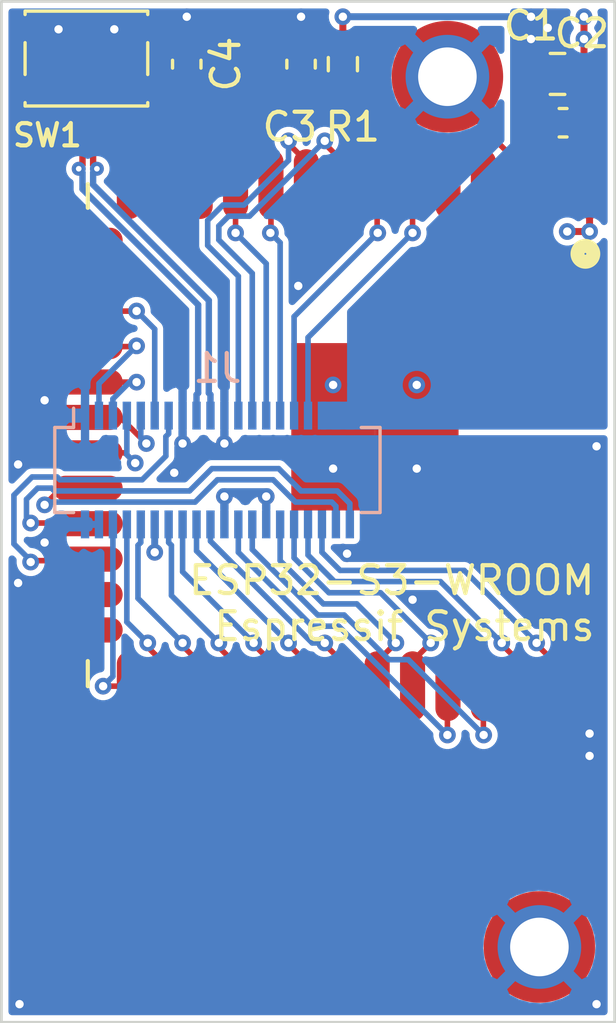
<source format=kicad_pcb>
(kicad_pcb (version 20171130) (host pcbnew "(5.1.9-0-10_14)")

  (general
    (thickness 1.6)
    (drawings 4)
    (tracks 312)
    (zones 0)
    (modules 10)
    (nets 40)
  )

  (page A4)
  (title_block
    (title "mikroPhone WiFi ESP32-S3 adapter")
    (date 2024-01-22)
    (rev 4.0)
  )

  (layers
    (0 F.Cu signal)
    (1 GND power)
    (2 PWR power)
    (31 B.Cu signal)
    (32 B.Adhes user)
    (33 F.Adhes user)
    (34 B.Paste user)
    (35 F.Paste user)
    (36 B.SilkS user hide)
    (37 F.SilkS user hide)
    (38 B.Mask user)
    (39 F.Mask user)
    (40 Dwgs.User user)
    (41 Cmts.User user)
    (42 Eco1.User user)
    (43 Eco2.User user)
    (44 Edge.Cuts user)
    (45 Margin user)
    (46 B.CrtYd user)
    (47 F.CrtYd user)
    (48 B.Fab user hide)
    (49 F.Fab user hide)
  )

  (setup
    (last_trace_width 0.2)
    (trace_clearance 0.2)
    (zone_clearance 0.2032)
    (zone_45_only no)
    (trace_min 0.09)
    (via_size 0.6)
    (via_drill 0.3)
    (via_min_size 0.46)
    (via_min_drill 0.2)
    (uvia_size 0.3)
    (uvia_drill 0.1)
    (uvias_allowed no)
    (uvia_min_size 0.2)
    (uvia_min_drill 0.1)
    (edge_width 0.1)
    (segment_width 0.2)
    (pcb_text_width 0.125)
    (pcb_text_size 0.5 0.5)
    (mod_edge_width 0.05)
    (mod_text_size 0.6 0.6)
    (mod_text_width 0.125)
    (pad_size 4 4)
    (pad_drill 2.1)
    (pad_to_mask_clearance 0)
    (aux_axis_origin 106 72)
    (grid_origin 106 72)
    (visible_elements FFFFF7FF)
    (pcbplotparams
      (layerselection 0x010fc_ffffffff)
      (usegerberextensions true)
      (usegerberattributes false)
      (usegerberadvancedattributes false)
      (creategerberjobfile false)
      (excludeedgelayer true)
      (linewidth 0.100000)
      (plotframeref false)
      (viasonmask false)
      (mode 1)
      (useauxorigin false)
      (hpglpennumber 1)
      (hpglpenspeed 20)
      (hpglpendiameter 15.000000)
      (psnegative false)
      (psa4output false)
      (plotreference true)
      (plotvalue true)
      (plotinvisibletext false)
      (padsonsilk false)
      (subtractmaskfromsilk true)
      (outputformat 1)
      (mirror false)
      (drillshape 0)
      (scaleselection 1)
      (outputdirectory "fab/"))
  )

  (net 0 "")
  (net 1 GND)
  (net 2 +3V3)
  (net 3 /ESP32_EN)
  (net 4 /IO27)
  (net 5 /IO26)
  (net 6 /USB_D_N)
  (net 7 /USB_D_P)
  (net 8 /UART2_RI)
  (net 9 /UART2_DTR)
  (net 10 /UART2_RXD)
  (net 11 /UART2_TXD)
  (net 12 /USB_MUX_S)
  (net 13 /WAKE)
  (net 14 /GPIO_22)
  (net 15 /GPIO_20)
  (net 16 /VSPI_SS0)
  (net 17 /VSPI_SCK)
  (net 18 /VSPI_MISO)
  (net 19 /VSPI_MOSI)
  (net 20 /UART0_RXD)
  (net 21 /UART0_TXD)
  (net 22 /PCM_SYNC)
  (net 23 /PCM_DO)
  (net 24 /PCM_DI)
  (net 25 /PCM_CLK)
  (net 26 /USB_MUX_EN)
  (net 27 "Net-(U1-Pad4)")
  (net 28 "Net-(U1-Pad5)")
  (net 29 "Net-(U1-Pad15)")
  (net 30 "Net-(U1-Pad26)")
  (net 31 /FSPI_SS0)
  (net 32 /FSPI_MOSI)
  (net 33 /FSPI_MISO)
  (net 34 /FSPI_SCK)
  (net 35 "Net-(U1-Pad25)")
  (net 36 "Net-(U1-Pad12)")
  (net 37 /~W_DISABLE)
  (net 38 "Net-(U1-Pad16)")
  (net 39 /~PERST)

  (net_class Default "This is the default net class."
    (clearance 0.2)
    (trace_width 0.2)
    (via_dia 0.6)
    (via_drill 0.3)
    (uvia_dia 0.3)
    (uvia_drill 0.1)
    (add_net /ESP32_EN)
    (add_net /FSPI_MISO)
    (add_net /FSPI_MOSI)
    (add_net /FSPI_SCK)
    (add_net /FSPI_SS0)
    (add_net /GPIO_20)
    (add_net /GPIO_22)
    (add_net /IO26)
    (add_net /IO27)
    (add_net /PCM_CLK)
    (add_net /PCM_DI)
    (add_net /PCM_DO)
    (add_net /PCM_SYNC)
    (add_net /UART0_RXD)
    (add_net /UART0_TXD)
    (add_net /UART2_DTR)
    (add_net /UART2_RI)
    (add_net /UART2_RXD)
    (add_net /UART2_TXD)
    (add_net /USB_MUX_EN)
    (add_net /USB_MUX_S)
    (add_net /VSPI_MISO)
    (add_net /VSPI_MOSI)
    (add_net /VSPI_SCK)
    (add_net /VSPI_SS0)
    (add_net /WAKE)
    (add_net /~PERST)
    (add_net /~W_DISABLE)
    (add_net "Net-(U1-Pad12)")
    (add_net "Net-(U1-Pad15)")
    (add_net "Net-(U1-Pad16)")
    (add_net "Net-(U1-Pad25)")
    (add_net "Net-(U1-Pad26)")
    (add_net "Net-(U1-Pad4)")
    (add_net "Net-(U1-Pad5)")
  )

  (net_class POWER ""
    (clearance 0.2)
    (trace_width 0.25)
    (via_dia 0.6)
    (via_drill 0.3)
    (uvia_dia 0.3)
    (uvia_drill 0.1)
    (add_net +3V3)
  )

  (net_class POWER_GND ""
    (clearance 0.1524)
    (trace_width 0.25)
    (via_dia 0.6)
    (via_drill 0.3)
    (uvia_dia 0.3)
    (uvia_drill 0.1)
    (add_net GND)
  )

  (net_class USB2 ""
    (clearance 0.1524)
    (trace_width 0.2288)
    (via_dia 0.5)
    (via_drill 0.2)
    (uvia_dia 0.3)
    (uvia_drill 0.1)
    (diff_pair_width 0.2288)
    (diff_pair_gap 0.1524)
    (add_net /USB_D_N)
    (add_net /USB_D_P)
  )

  (module footprints:Spacer_small (layer F.Cu) (tedit 61BFD32E) (tstamp 64EC8ED8)
    (at 122 74.7)
    (path /64EE975F)
    (fp_text reference J2 (at 0 2.8) (layer F.SilkS) hide
      (effects (font (size 1 1) (thickness 0.15)))
    )
    (fp_text value Spacer (at 0 -2.7) (layer F.Fab)
      (effects (font (size 1 1) (thickness 0.15)))
    )
    (pad 1 smd circle (at 0 0) (size 4 4) (layers F.Cu F.Mask)
      (net 1 GND))
    (pad 1 thru_hole circle (at 0 0) (size 3 3) (drill 2.1) (layers *.Cu *.Mask)
      (net 1 GND))
  )

  (module footprints:Spacer_small (layer F.Cu) (tedit 61BFD32E) (tstamp 64EC8EDE)
    (at 125.3 105.9)
    (path /64EEA09B)
    (fp_text reference J3 (at 0 2.8) (layer F.SilkS) hide
      (effects (font (size 1 1) (thickness 0.15)))
    )
    (fp_text value Spacer (at 0 -2.7) (layer F.Fab)
      (effects (font (size 1 1) (thickness 0.15)))
    )
    (pad 1 smd circle (at 0 0) (size 4 4) (layers F.Cu F.Mask)
      (net 1 GND))
    (pad 1 thru_hole circle (at 0 0) (size 3 3) (drill 2.1) (layers *.Cu *.Mask)
      (net 1 GND))
  )

  (module Connector_Molex:Molex_SlimStack_55560-0401_2x20_P0.50mm_Vertical (layer B.Cu) (tedit 64EC8225) (tstamp 64EC884B)
    (at 113.75 88.8 180)
    (descr "Molex SlimStack Fine-Pitch SMT Board-to-Board Connectors, 55560-0401, 40 Pins (http://www.molex.com/pdm_docs/sd/555600207_sd.pdf), generated with kicad-footprint-generator")
    (tags "connector Molex SlimStack side entry")
    (path /64F71377)
    (attr smd)
    (fp_text reference J1 (at 0 3.65) (layer B.SilkS)
      (effects (font (size 1 1) (thickness 0.15)) (justify mirror))
    )
    (fp_text value WiFi (at 0 -3.65) (layer B.Fab)
      (effects (font (size 1 1) (thickness 0.15)) (justify mirror))
    )
    (fp_line (start 5.725 1.415) (end 5.725 -1.415) (layer B.Fab) (width 0.1))
    (fp_line (start 5.725 -1.415) (end -5.725 -1.415) (layer B.Fab) (width 0.1))
    (fp_line (start -5.725 -1.415) (end -5.725 1.415) (layer B.Fab) (width 0.1))
    (fp_line (start -5.725 1.415) (end 5.725 1.415) (layer B.Fab) (width 0.1))
    (fp_line (start 5.16 1.525) (end 5.16 2.215) (layer B.Fab) (width 0.1))
    (fp_line (start 5.16 -1.525) (end 5.835 -1.525) (layer B.SilkS) (width 0.12))
    (fp_line (start 5.835 -1.525) (end 5.835 1.525) (layer B.SilkS) (width 0.12))
    (fp_line (start 5.835 1.525) (end 5.16 1.525) (layer B.SilkS) (width 0.12))
    (fp_line (start 5.16 1.525) (end 5.16 2.215) (layer B.SilkS) (width 0.12))
    (fp_line (start -5.16 -1.525) (end -5.835 -1.525) (layer B.SilkS) (width 0.12))
    (fp_line (start -5.835 -1.525) (end -5.835 1.525) (layer B.SilkS) (width 0.12))
    (fp_line (start -5.835 1.525) (end -5.16 1.525) (layer B.SilkS) (width 0.12))
    (fp_line (start 6.22 2.95) (end 6.22 -2.95) (layer B.CrtYd) (width 0.05))
    (fp_line (start 6.22 -2.95) (end -6.22 -2.95) (layer B.CrtYd) (width 0.05))
    (fp_line (start -6.22 -2.95) (end -6.22 2.95) (layer B.CrtYd) (width 0.05))
    (fp_line (start -6.22 2.95) (end 6.22 2.95) (layer B.CrtYd) (width 0.05))
    (fp_text user %R (at 0 0) (layer B.Fab)
      (effects (font (size 1 1) (thickness 0.15)) (justify mirror))
    )
    (pad 1 smd rect (at 4.75 1.95 180) (size 0.3 1) (layers B.Cu B.Paste B.Mask)
      (net 1 GND))
    (pad 3 smd rect (at 4.25 1.95 180) (size 0.3 1) (layers B.Cu B.Paste B.Mask)
      (net 31 /FSPI_SS0))
    (pad 5 smd rect (at 3.75 1.95 180) (size 0.3 1) (layers B.Cu B.Paste B.Mask)
      (net 32 /FSPI_MOSI))
    (pad 7 smd rect (at 3.25 1.95 180) (size 0.3 1) (layers B.Cu B.Paste B.Mask)
      (net 33 /FSPI_MISO))
    (pad 9 smd rect (at 2.75 1.95 180) (size 0.3 1) (layers B.Cu B.Paste B.Mask)
      (net 34 /FSPI_SCK))
    (pad 11 smd rect (at 2.25 1.95 180) (size 0.3 1) (layers B.Cu B.Paste B.Mask)
      (net 4 /IO27))
    (pad 13 smd rect (at 1.75 1.95 180) (size 0.3 1) (layers B.Cu B.Paste B.Mask)
      (net 5 /IO26))
    (pad 15 smd rect (at 1.25 1.95 180) (size 0.3 1) (layers B.Cu B.Paste B.Mask)
      (net 1 GND))
    (pad 17 smd rect (at 0.75 1.95 180) (size 0.3 1) (layers B.Cu B.Paste B.Mask)
      (net 6 /USB_D_N))
    (pad 19 smd rect (at 0.25 1.95 180) (size 0.3 1) (layers B.Cu B.Paste B.Mask)
      (net 7 /USB_D_P))
    (pad 21 smd rect (at -0.25 1.95 180) (size 0.3 1) (layers B.Cu B.Paste B.Mask)
      (net 1 GND))
    (pad 23 smd rect (at -0.75 1.95 180) (size 0.3 1) (layers B.Cu B.Paste B.Mask)
      (net 8 /UART2_RI))
    (pad 25 smd rect (at -1.25 1.95 180) (size 0.3 1) (layers B.Cu B.Paste B.Mask)
      (net 9 /UART2_DTR))
    (pad 27 smd rect (at -1.75 1.95 180) (size 0.3 1) (layers B.Cu B.Paste B.Mask)
      (net 10 /UART2_RXD))
    (pad 29 smd rect (at -2.25 1.95 180) (size 0.3 1) (layers B.Cu B.Paste B.Mask)
      (net 11 /UART2_TXD))
    (pad 31 smd rect (at -2.75 1.95 180) (size 0.3 1) (layers B.Cu B.Paste B.Mask)
      (net 26 /USB_MUX_EN))
    (pad 33 smd rect (at -3.25 1.95 180) (size 0.3 1) (layers B.Cu B.Paste B.Mask)
      (net 39 /~PERST))
    (pad 35 smd rect (at -3.75 1.95 180) (size 0.3 1) (layers B.Cu B.Paste B.Mask)
      (net 2 +3V3))
    (pad 37 smd rect (at -4.25 1.95 180) (size 0.3 1) (layers B.Cu B.Paste B.Mask)
      (net 2 +3V3))
    (pad 39 smd rect (at -4.75 1.95 180) (size 0.3 1) (layers B.Cu B.Paste B.Mask)
      (net 2 +3V3))
    (pad 2 smd rect (at 4.75 -1.95 180) (size 0.3 1) (layers B.Cu B.Paste B.Mask)
      (net 1 GND))
    (pad 4 smd rect (at 4.25 -1.95 180) (size 0.3 1) (layers B.Cu B.Paste B.Mask)
      (net 1 GND))
    (pad 6 smd rect (at 3.75 -1.95 180) (size 0.3 1) (layers B.Cu B.Paste B.Mask)
      (net 13 /WAKE))
    (pad 8 smd rect (at 3.25 -1.95 180) (size 0.3 1) (layers B.Cu B.Paste B.Mask)
      (net 14 /GPIO_22))
    (pad 10 smd rect (at 2.75 -1.95 180) (size 0.3 1) (layers B.Cu B.Paste B.Mask)
      (net 15 /GPIO_20))
    (pad 12 smd rect (at 2.25 -1.95 180) (size 0.3 1) (layers B.Cu B.Paste B.Mask)
      (net 1 GND))
    (pad 14 smd rect (at 1.75 -1.95 180) (size 0.3 1) (layers B.Cu B.Paste B.Mask)
      (net 16 /VSPI_SS0))
    (pad 16 smd rect (at 1.25 -1.95 180) (size 0.3 1) (layers B.Cu B.Paste B.Mask)
      (net 17 /VSPI_SCK))
    (pad 18 smd rect (at 0.75 -1.95 180) (size 0.3 1) (layers B.Cu B.Paste B.Mask)
      (net 18 /VSPI_MISO))
    (pad 20 smd rect (at 0.25 -1.95 180) (size 0.3 1) (layers B.Cu B.Paste B.Mask)
      (net 19 /VSPI_MOSI))
    (pad 22 smd rect (at -0.25 -1.95 180) (size 0.3 1) (layers B.Cu B.Paste B.Mask)
      (net 1 GND))
    (pad 24 smd rect (at -0.75 -1.95 180) (size 0.3 1) (layers B.Cu B.Paste B.Mask)
      (net 20 /UART0_RXD))
    (pad 26 smd rect (at -1.25 -1.95 180) (size 0.3 1) (layers B.Cu B.Paste B.Mask)
      (net 21 /UART0_TXD))
    (pad 28 smd rect (at -1.75 -1.95 180) (size 0.3 1) (layers B.Cu B.Paste B.Mask)
      (net 1 GND))
    (pad 30 smd rect (at -2.25 -1.95 180) (size 0.3 1) (layers B.Cu B.Paste B.Mask)
      (net 22 /PCM_SYNC))
    (pad 32 smd rect (at -2.75 -1.95 180) (size 0.3 1) (layers B.Cu B.Paste B.Mask)
      (net 23 /PCM_DO))
    (pad 34 smd rect (at -3.25 -1.95 180) (size 0.3 1) (layers B.Cu B.Paste B.Mask)
      (net 24 /PCM_DI))
    (pad 36 smd rect (at -3.75 -1.95 180) (size 0.3 1) (layers B.Cu B.Paste B.Mask)
      (net 25 /PCM_CLK))
    (pad 38 smd rect (at -4.25 -1.95 180) (size 0.3 1) (layers B.Cu B.Paste B.Mask)
      (net 12 /USB_MUX_S))
    (pad 40 smd rect (at -4.75 -1.95 180) (size 0.3 1) (layers B.Cu B.Paste B.Mask)
      (net 37 /~W_DISABLE))
    (model ${KISYS3DMOD}/Connector_Molex.3dshapes/Molex_SlimStack_55560-0401_2x20_P0.50mm_Vertical.wrl
      (at (xyz 0 0 0))
      (scale (xyz 1 1 1))
      (rotate (xyz 0 0 0))
    )
  )

  (module Capacitor_SMD:C_0603_1608Metric (layer F.Cu) (tedit 5F68FEEE) (tstamp 5FCA89B4)
    (at 126.15 76.35)
    (descr "Capacitor SMD 0603 (1608 Metric), square (rectangular) end terminal, IPC_7351 nominal, (Body size source: IPC-SM-782 page 76, https://www.pcb-3d.com/wordpress/wp-content/uploads/ipc-sm-782a_amendment_1_and_2.pdf), generated with kicad-footprint-generator")
    (tags capacitor)
    (path /5C506C38)
    (attr smd)
    (fp_text reference C2 (at 0.675 -3.2) (layer F.SilkS)
      (effects (font (size 1 1) (thickness 0.15)))
    )
    (fp_text value 0.1uF (at 4 0.05) (layer F.Fab)
      (effects (font (size 1 1) (thickness 0.15)))
    )
    (fp_line (start 1.48 0.73) (end -1.48 0.73) (layer F.CrtYd) (width 0.05))
    (fp_line (start 1.48 -0.73) (end 1.48 0.73) (layer F.CrtYd) (width 0.05))
    (fp_line (start -1.48 -0.73) (end 1.48 -0.73) (layer F.CrtYd) (width 0.05))
    (fp_line (start -1.48 0.73) (end -1.48 -0.73) (layer F.CrtYd) (width 0.05))
    (fp_line (start -0.14058 0.51) (end 0.14058 0.51) (layer F.SilkS) (width 0.12))
    (fp_line (start -0.14058 -0.51) (end 0.14058 -0.51) (layer F.SilkS) (width 0.12))
    (fp_line (start 0.8 0.4) (end -0.8 0.4) (layer F.Fab) (width 0.1))
    (fp_line (start 0.8 -0.4) (end 0.8 0.4) (layer F.Fab) (width 0.1))
    (fp_line (start -0.8 -0.4) (end 0.8 -0.4) (layer F.Fab) (width 0.1))
    (fp_line (start -0.8 0.4) (end -0.8 -0.4) (layer F.Fab) (width 0.1))
    (fp_text user %R (at 0 0) (layer F.Fab)
      (effects (font (size 0.4 0.4) (thickness 0.06)))
    )
    (pad 2 smd roundrect (at 0.775 0) (size 0.9 0.95) (layers F.Cu F.Paste F.Mask) (roundrect_rratio 0.25)
      (net 1 GND))
    (pad 1 smd roundrect (at -0.775 0) (size 0.9 0.95) (layers F.Cu F.Paste F.Mask) (roundrect_rratio 0.25)
      (net 2 +3V3))
    (model ${KISYS3DMOD}/Capacitor_SMD.3dshapes/C_0603_1608Metric.wrl
      (at (xyz 0 0 0))
      (scale (xyz 1 1 1))
      (rotate (xyz 0 0 0))
    )
  )

  (module Capacitor_SMD:C_0603_1608Metric (layer F.Cu) (tedit 5F68FEEE) (tstamp 5CB63157)
    (at 116.75 74.25 90)
    (descr "Capacitor SMD 0603 (1608 Metric), square (rectangular) end terminal, IPC_7351 nominal, (Body size source: IPC-SM-782 page 76, https://www.pcb-3d.com/wordpress/wp-content/uploads/ipc-sm-782a_amendment_1_and_2.pdf), generated with kicad-footprint-generator")
    (tags capacitor)
    (path /5C506CD9)
    (attr smd)
    (fp_text reference C3 (at -2.25 -0.4) (layer F.SilkS)
      (effects (font (size 1 1) (thickness 0.15)))
    )
    (fp_text value 10uF (at -3.8 0 270) (layer F.Fab)
      (effects (font (size 1 1) (thickness 0.15)))
    )
    (fp_line (start 1.48 0.73) (end -1.48 0.73) (layer F.CrtYd) (width 0.05))
    (fp_line (start 1.48 -0.73) (end 1.48 0.73) (layer F.CrtYd) (width 0.05))
    (fp_line (start -1.48 -0.73) (end 1.48 -0.73) (layer F.CrtYd) (width 0.05))
    (fp_line (start -1.48 0.73) (end -1.48 -0.73) (layer F.CrtYd) (width 0.05))
    (fp_line (start -0.14058 0.51) (end 0.14058 0.51) (layer F.SilkS) (width 0.12))
    (fp_line (start -0.14058 -0.51) (end 0.14058 -0.51) (layer F.SilkS) (width 0.12))
    (fp_line (start 0.8 0.4) (end -0.8 0.4) (layer F.Fab) (width 0.1))
    (fp_line (start 0.8 -0.4) (end 0.8 0.4) (layer F.Fab) (width 0.1))
    (fp_line (start -0.8 -0.4) (end 0.8 -0.4) (layer F.Fab) (width 0.1))
    (fp_line (start -0.8 0.4) (end -0.8 -0.4) (layer F.Fab) (width 0.1))
    (fp_text user %R (at 0 0 270) (layer F.Fab)
      (effects (font (size 0.4 0.4) (thickness 0.06)))
    )
    (pad 2 smd roundrect (at 0.775 0 90) (size 0.9 0.95) (layers F.Cu F.Paste F.Mask) (roundrect_rratio 0.25)
      (net 1 GND))
    (pad 1 smd roundrect (at -0.775 0 90) (size 0.9 0.95) (layers F.Cu F.Paste F.Mask) (roundrect_rratio 0.25)
      (net 3 /ESP32_EN))
    (model ${KISYS3DMOD}/Capacitor_SMD.3dshapes/C_0603_1608Metric.wrl
      (at (xyz 0 0 0))
      (scale (xyz 1 1 1))
      (rotate (xyz 0 0 0))
    )
  )

  (module Resistor_SMD:R_0603_1608Metric (layer F.Cu) (tedit 5F68FEEE) (tstamp 5CB637A1)
    (at 118.25 74.25 270)
    (descr "Resistor SMD 0603 (1608 Metric), square (rectangular) end terminal, IPC_7351 nominal, (Body size source: IPC-SM-782 page 72, https://www.pcb-3d.com/wordpress/wp-content/uploads/ipc-sm-782a_amendment_1_and_2.pdf), generated with kicad-footprint-generator")
    (tags resistor)
    (path /5C506D6E)
    (attr smd)
    (fp_text reference R1 (at 2.25 -0.35 180) (layer F.SilkS)
      (effects (font (size 1 1) (thickness 0.15)))
    )
    (fp_text value 10K (at 4.35 0 270) (layer F.Fab)
      (effects (font (size 1 1) (thickness 0.15)))
    )
    (fp_line (start 1.48 0.73) (end -1.48 0.73) (layer F.CrtYd) (width 0.05))
    (fp_line (start 1.48 -0.73) (end 1.48 0.73) (layer F.CrtYd) (width 0.05))
    (fp_line (start -1.48 -0.73) (end 1.48 -0.73) (layer F.CrtYd) (width 0.05))
    (fp_line (start -1.48 0.73) (end -1.48 -0.73) (layer F.CrtYd) (width 0.05))
    (fp_line (start -0.237258 0.5225) (end 0.237258 0.5225) (layer F.SilkS) (width 0.12))
    (fp_line (start -0.237258 -0.5225) (end 0.237258 -0.5225) (layer F.SilkS) (width 0.12))
    (fp_line (start 0.8 0.4125) (end -0.8 0.4125) (layer F.Fab) (width 0.1))
    (fp_line (start 0.8 -0.4125) (end 0.8 0.4125) (layer F.Fab) (width 0.1))
    (fp_line (start -0.8 -0.4125) (end 0.8 -0.4125) (layer F.Fab) (width 0.1))
    (fp_line (start -0.8 0.4125) (end -0.8 -0.4125) (layer F.Fab) (width 0.1))
    (fp_text user %R (at 0 0 270) (layer F.Fab)
      (effects (font (size 0.4 0.4) (thickness 0.06)))
    )
    (pad 2 smd roundrect (at 0.825 0 270) (size 0.8 0.95) (layers F.Cu F.Paste F.Mask) (roundrect_rratio 0.25)
      (net 3 /ESP32_EN))
    (pad 1 smd roundrect (at -0.825 0 270) (size 0.8 0.95) (layers F.Cu F.Paste F.Mask) (roundrect_rratio 0.25)
      (net 2 +3V3))
    (model ${KISYS3DMOD}/Resistor_SMD.3dshapes/R_0603_1608Metric.wrl
      (at (xyz 0 0 0))
      (scale (xyz 1 1 1))
      (rotate (xyz 0 0 0))
    )
  )

  (module Button_Switch_SMD:SW_SPST_PTS810 (layer F.Cu) (tedit 5B0610A8) (tstamp 60002A5B)
    (at 109.05 74.05 180)
    (descr "C&K Components, PTS 810 Series, Microminiature SMT Top Actuated, http://www.ckswitches.com/media/1476/pts810.pdf")
    (tags "SPST Button Switch")
    (path /5CC8732C)
    (attr smd)
    (fp_text reference SW1 (at 1.4 -2.75 180) (layer F.SilkS)
      (effects (font (size 0.8 0.8) (thickness 0.15)))
    )
    (fp_text value ESP32_RST (at -1.3 3.25) (layer F.Fab)
      (effects (font (size 1 1) (thickness 0.15)))
    )
    (fp_line (start 2.1 1.6) (end 2.1 -1.6) (layer F.Fab) (width 0.1))
    (fp_line (start 2.1 -1.6) (end -2.1 -1.6) (layer F.Fab) (width 0.1))
    (fp_line (start -2.1 -1.6) (end -2.1 1.6) (layer F.Fab) (width 0.1))
    (fp_line (start -2.1 1.6) (end 2.1 1.6) (layer F.Fab) (width 0.1))
    (fp_line (start -0.4 -1.1) (end 0.4 -1.1) (layer F.Fab) (width 0.1))
    (fp_line (start 0.4 1.1) (end -0.4 1.1) (layer F.Fab) (width 0.1))
    (fp_line (start 2.2 -1.7) (end -2.2 -1.7) (layer F.SilkS) (width 0.12))
    (fp_line (start -2.2 -1.7) (end -2.2 -1.58) (layer F.SilkS) (width 0.12))
    (fp_line (start -2.2 -0.57) (end -2.2 0.57) (layer F.SilkS) (width 0.12))
    (fp_line (start -2.2 1.58) (end -2.2 1.7) (layer F.SilkS) (width 0.12))
    (fp_line (start -2.2 1.7) (end 2.2 1.7) (layer F.SilkS) (width 0.12))
    (fp_line (start 2.2 1.7) (end 2.2 1.58) (layer F.SilkS) (width 0.12))
    (fp_line (start 2.2 0.57) (end 2.2 -0.57) (layer F.SilkS) (width 0.12))
    (fp_line (start 2.2 -1.58) (end 2.2 -1.7) (layer F.SilkS) (width 0.12))
    (fp_line (start 2.85 -1.85) (end 2.85 1.85) (layer F.CrtYd) (width 0.05))
    (fp_line (start 2.85 1.85) (end -2.85 1.85) (layer F.CrtYd) (width 0.05))
    (fp_line (start -2.85 1.85) (end -2.85 -1.85) (layer F.CrtYd) (width 0.05))
    (fp_line (start -2.85 -1.85) (end 2.85 -1.85) (layer F.CrtYd) (width 0.05))
    (fp_arc (start 0.4 0) (end 0.4 -1.1) (angle 180) (layer F.Fab) (width 0.1))
    (fp_arc (start -0.4 0) (end -0.4 1.1) (angle 180) (layer F.Fab) (width 0.1))
    (fp_text user %R (at 0 0) (layer F.Fab)
      (effects (font (size 0.6 0.6) (thickness 0.09)))
    )
    (pad 2 smd rect (at 2.075 1.075 180) (size 1.05 0.65) (layers F.Cu F.Paste F.Mask)
      (net 1 GND))
    (pad 2 smd rect (at -2.075 1.075 180) (size 1.05 0.65) (layers F.Cu F.Paste F.Mask)
      (net 1 GND))
    (pad 1 smd rect (at 2.075 -1.075 180) (size 1.05 0.65) (layers F.Cu F.Paste F.Mask)
      (net 3 /ESP32_EN))
    (pad 1 smd rect (at -2.075 -1.075 180) (size 1.05 0.65) (layers F.Cu F.Paste F.Mask)
      (net 3 /ESP32_EN))
    (model ${KISYS3DMOD}/Button_Switch_SMD.3dshapes/SW_SPST_PTS810.wrl
      (at (xyz 0 0 0))
      (scale (xyz 1 1 1))
      (rotate (xyz 0 0 0))
    )
  )

  (module Capacitor_SMD:C_0805_2012Metric (layer F.Cu) (tedit 5F68FEEE) (tstamp 64ECA4D4)
    (at 125.95 74.6)
    (descr "Capacitor SMD 0805 (2012 Metric), square (rectangular) end terminal, IPC_7351 nominal, (Body size source: IPC-SM-782 page 76, https://www.pcb-3d.com/wordpress/wp-content/uploads/ipc-sm-782a_amendment_1_and_2.pdf, https://docs.google.com/spreadsheets/d/1BsfQQcO9C6DZCsRaXUlFlo91Tg2WpOkGARC1WS5S8t0/edit?usp=sharing), generated with kicad-footprint-generator")
    (tags capacitor)
    (path /5C506C85)
    (attr smd)
    (fp_text reference C1 (at -0.95 -1.725) (layer F.SilkS)
      (effects (font (size 1 1) (thickness 0.15)))
    )
    (fp_text value 22uF (at 3.65 0) (layer F.Fab)
      (effects (font (size 1 1) (thickness 0.15)))
    )
    (fp_line (start 1.7 0.98) (end -1.7 0.98) (layer F.CrtYd) (width 0.05))
    (fp_line (start 1.7 -0.98) (end 1.7 0.98) (layer F.CrtYd) (width 0.05))
    (fp_line (start -1.7 -0.98) (end 1.7 -0.98) (layer F.CrtYd) (width 0.05))
    (fp_line (start -1.7 0.98) (end -1.7 -0.98) (layer F.CrtYd) (width 0.05))
    (fp_line (start -0.261252 0.735) (end 0.261252 0.735) (layer F.SilkS) (width 0.12))
    (fp_line (start -0.261252 -0.735) (end 0.261252 -0.735) (layer F.SilkS) (width 0.12))
    (fp_line (start 1 0.625) (end -1 0.625) (layer F.Fab) (width 0.1))
    (fp_line (start 1 -0.625) (end 1 0.625) (layer F.Fab) (width 0.1))
    (fp_line (start -1 -0.625) (end 1 -0.625) (layer F.Fab) (width 0.1))
    (fp_line (start -1 0.625) (end -1 -0.625) (layer F.Fab) (width 0.1))
    (fp_text user %R (at 0 0) (layer F.Fab)
      (effects (font (size 0.5 0.5) (thickness 0.08)))
    )
    (pad 2 smd roundrect (at 0.95 0) (size 1 1.45) (layers F.Cu F.Paste F.Mask) (roundrect_rratio 0.25)
      (net 1 GND))
    (pad 1 smd roundrect (at -0.95 0) (size 1 1.45) (layers F.Cu F.Paste F.Mask) (roundrect_rratio 0.25)
      (net 2 +3V3))
    (model ${KISYS3DMOD}/Capacitor_SMD.3dshapes/C_0805_2012Metric.wrl
      (at (xyz 0 0 0))
      (scale (xyz 1 1 1))
      (rotate (xyz 0 0 0))
    )
  )

  (module Capacitor_SMD:C_0603_1608Metric (layer F.Cu) (tedit 5F68FEEE) (tstamp 600E250D)
    (at 112.65 74.25 90)
    (descr "Capacitor SMD 0603 (1608 Metric), square (rectangular) end terminal, IPC_7351 nominal, (Body size source: IPC-SM-782 page 76, https://www.pcb-3d.com/wordpress/wp-content/uploads/ipc-sm-782a_amendment_1_and_2.pdf), generated with kicad-footprint-generator")
    (tags capacitor)
    (path /62863E5F)
    (attr smd)
    (fp_text reference C4 (at 0 1.4 90) (layer F.SilkS)
      (effects (font (size 1 1) (thickness 0.15)))
    )
    (fp_text value 0.1uF (at -3.55 0 90) (layer F.Fab)
      (effects (font (size 1 1) (thickness 0.15)))
    )
    (fp_line (start 1.48 0.73) (end -1.48 0.73) (layer F.CrtYd) (width 0.05))
    (fp_line (start 1.48 -0.73) (end 1.48 0.73) (layer F.CrtYd) (width 0.05))
    (fp_line (start -1.48 -0.73) (end 1.48 -0.73) (layer F.CrtYd) (width 0.05))
    (fp_line (start -1.48 0.73) (end -1.48 -0.73) (layer F.CrtYd) (width 0.05))
    (fp_line (start -0.14058 0.51) (end 0.14058 0.51) (layer F.SilkS) (width 0.12))
    (fp_line (start -0.14058 -0.51) (end 0.14058 -0.51) (layer F.SilkS) (width 0.12))
    (fp_line (start 0.8 0.4) (end -0.8 0.4) (layer F.Fab) (width 0.1))
    (fp_line (start 0.8 -0.4) (end 0.8 0.4) (layer F.Fab) (width 0.1))
    (fp_line (start -0.8 -0.4) (end 0.8 -0.4) (layer F.Fab) (width 0.1))
    (fp_line (start -0.8 0.4) (end -0.8 -0.4) (layer F.Fab) (width 0.1))
    (fp_text user %R (at 0 0 90) (layer F.Fab)
      (effects (font (size 0.4 0.4) (thickness 0.06)))
    )
    (pad 2 smd roundrect (at 0.775 0 90) (size 0.9 0.95) (layers F.Cu F.Paste F.Mask) (roundrect_rratio 0.25)
      (net 1 GND))
    (pad 1 smd roundrect (at -0.775 0 90) (size 0.9 0.95) (layers F.Cu F.Paste F.Mask) (roundrect_rratio 0.25)
      (net 3 /ESP32_EN))
    (model ${KISYS3DMOD}/Capacitor_SMD.3dshapes/C_0603_1608Metric.wrl
      (at (xyz 0 0 0))
      (scale (xyz 1 1 1))
      (rotate (xyz 0 0 0))
    )
  )

  (module footprints:Espressif_ESP32-S3-WROOM (layer F.Cu) (tedit 64EDAF0D) (tstamp 64EE2084)
    (at 121.85 87.55 90)
    (path /64EF63CC)
    (fp_text reference U1 (at 0 7.4 90) (layer F.SilkS)
      (effects (font (size 1 1) (thickness 0.15)))
    )
    (fp_text value ESP32-S3-WROOM (at 0 8.85 90) (layer F.Fab)
      (effects (font (size 1 1) (thickness 0.15)))
    )
    (fp_line (start -9 -12.75) (end -8.1 -12.75) (layer F.SilkS) (width 0.15))
    (fp_circle (center 6.5 5.1) (end 6.627 5.354) (layer F.SilkS) (width 0.5))
    (fp_line (start 9 -12.75) (end 8.15 -12.75) (layer F.SilkS) (width 0.15))
    (fp_text user ESP32-S3-WROOM (at -5.207 -1.85) (layer F.SilkS)
      (effects (font (size 1 1) (thickness 0.15)))
    )
    (fp_text user "Espressif Systems" (at -6.858 -1.389) (layer F.SilkS)
      (effects (font (size 1 1) (thickness 0.15)))
    )
    (pad 41 smd rect (at -1.2 -0.95 90) (size 3 3) (layers F.Cu F.Paste F.Mask)
      (net 1 GND) (solder_paste_margin -0.2))
    (pad 41 smd rect (at 1.8 -0.95 90) (size 3 3) (layers F.Cu F.Paste F.Mask)
      (net 1 GND) (solder_paste_margin -0.2))
    (pad 41 smd rect (at 1.8 -3.95 90) (size 3 3) (layers F.Cu F.Paste F.Mask)
      (net 1 GND) (solder_paste_margin -0.2))
    (pad 41 smd rect (at -1.2 -3.95 90) (size 3 3) (layers F.Cu F.Paste F.Mask)
      (net 1 GND) (solder_paste_margin -0.2))
    (pad 1 smd oval (at 9 5.25 90) (size 2.5 0.9) (layers F.Cu F.Paste F.Mask)
      (net 1 GND))
    (pad 2 smd oval (at 9 3.98 90) (size 2.5 0.9) (layers F.Cu F.Paste F.Mask)
      (net 2 +3V3))
    (pad 3 smd oval (at 9 2.71 90) (size 2.5 0.9) (layers F.Cu F.Paste F.Mask)
      (net 3 /ESP32_EN))
    (pad 4 smd oval (at 9 1.44 90) (size 2.5 0.9) (layers F.Cu F.Paste F.Mask)
      (net 27 "Net-(U1-Pad4)"))
    (pad 5 smd oval (at 9 0.17 90) (size 2.5 0.9) (layers F.Cu F.Paste F.Mask)
      (net 28 "Net-(U1-Pad5)"))
    (pad 6 smd oval (at 9 -1.1 90) (size 2.5 0.9) (layers F.Cu F.Paste F.Mask)
      (net 39 /~PERST))
    (pad 7 smd oval (at 9 -2.37 90) (size 2.5 0.9) (layers F.Cu F.Paste F.Mask)
      (net 26 /USB_MUX_EN))
    (pad 8 smd oval (at 9 -3.64 90) (size 2.5 0.9) (layers F.Cu F.Paste F.Mask)
      (net 9 /UART2_DTR))
    (pad 9 smd oval (at 9 -4.91 90) (size 2.5 0.9) (layers F.Cu F.Paste F.Mask)
      (net 8 /UART2_RI))
    (pad 10 smd oval (at 9 -6.18 90) (size 2.5 0.9) (layers F.Cu F.Paste F.Mask)
      (net 11 /UART2_TXD))
    (pad 11 smd oval (at 9 -7.45 90) (size 2.5 0.9) (layers F.Cu F.Paste F.Mask)
      (net 10 /UART2_RXD))
    (pad 12 smd oval (at 9 -8.72 90) (size 2.5 0.9) (layers F.Cu F.Paste F.Mask)
      (net 36 "Net-(U1-Pad12)"))
    (pad 13 smd oval (at 9 -9.99 90) (size 2.5 0.9) (layers F.Cu F.Paste F.Mask)
      (net 6 /USB_D_N))
    (pad 14 smd oval (at 9 -11.26 90) (size 2.5 0.9) (layers F.Cu F.Paste F.Mask)
      (net 7 /USB_D_P))
    (pad 15 smd oval (at 6.985 -12.75 90) (size 0.9 2.5) (layers F.Cu F.Paste F.Mask)
      (net 29 "Net-(U1-Pad15)"))
    (pad 16 smd oval (at 5.715 -12.75 90) (size 0.9 2.5) (layers F.Cu F.Paste F.Mask)
      (net 38 "Net-(U1-Pad16)"))
    (pad 17 smd oval (at 4.445 -12.75 90) (size 0.9 2.5) (layers F.Cu F.Paste F.Mask)
      (net 4 /IO27))
    (pad 18 smd oval (at 3.175 -12.75 90) (size 0.9 2.5) (layers F.Cu F.Paste F.Mask)
      (net 31 /FSPI_SS0))
    (pad 19 smd oval (at 1.905 -12.75 90) (size 0.9 2.5) (layers F.Cu F.Paste F.Mask)
      (net 32 /FSPI_MOSI))
    (pad 20 smd oval (at 0.635 -12.75 90) (size 0.9 2.5) (layers F.Cu F.Paste F.Mask)
      (net 34 /FSPI_SCK))
    (pad 21 smd oval (at -0.635 -12.75 90) (size 0.9 2.5) (layers F.Cu F.Paste F.Mask)
      (net 33 /FSPI_MISO))
    (pad 22 smd oval (at -1.905 -12.75 90) (size 0.9 2.5) (layers F.Cu F.Paste F.Mask)
      (net 12 /USB_MUX_S))
    (pad 23 smd oval (at -3.175 -12.75 90) (size 0.9 2.5) (layers F.Cu F.Paste F.Mask)
      (net 37 /~W_DISABLE))
    (pad 24 smd oval (at -4.445 -12.75 90) (size 0.9 2.5) (layers F.Cu F.Paste F.Mask)
      (net 5 /IO26))
    (pad 27 smd oval (at -9 -11.26 90) (size 2.5 0.9) (layers F.Cu F.Paste F.Mask)
      (net 13 /WAKE))
    (pad 28 smd oval (at -9 -9.99 90) (size 2.5 0.9) (layers F.Cu F.Paste F.Mask)
      (net 14 /GPIO_22))
    (pad 29 smd oval (at -9 -8.72 90) (size 2.5 0.9) (layers F.Cu F.Paste F.Mask)
      (net 15 /GPIO_20))
    (pad 30 smd oval (at -9 -7.45 90) (size 2.5 0.9) (layers F.Cu F.Paste F.Mask)
      (net 16 /VSPI_SS0))
    (pad 31 smd oval (at -9 -6.18 90) (size 2.5 0.9) (layers F.Cu F.Paste F.Mask)
      (net 17 /VSPI_SCK))
    (pad 32 smd oval (at -9 -4.91 90) (size 2.5 0.9) (layers F.Cu F.Paste F.Mask)
      (net 18 /VSPI_MISO))
    (pad 33 smd oval (at -9 -3.64 90) (size 2.5 0.9) (layers F.Cu F.Paste F.Mask)
      (net 19 /VSPI_MOSI))
    (pad 34 smd oval (at -9 -2.37 90) (size 2.5 0.9) (layers F.Cu F.Paste F.Mask)
      (net 22 /PCM_SYNC))
    (pad 35 smd oval (at -9 -1.1 90) (size 2.5 0.9) (layers F.Cu F.Paste F.Mask)
      (net 23 /PCM_DO))
    (pad 36 smd oval (at -9 0.17 90) (size 2.5 0.9) (layers F.Cu F.Paste F.Mask)
      (net 20 /UART0_RXD))
    (pad 37 smd oval (at -9 1.44 90) (size 2.5 0.9) (layers F.Cu F.Paste F.Mask)
      (net 21 /UART0_TXD))
    (pad 38 smd oval (at -9 2.71 90) (size 2.5 0.9) (layers F.Cu F.Paste F.Mask)
      (net 24 /PCM_DI))
    (pad 39 smd oval (at -9 3.98 90) (size 2.5 0.9) (layers F.Cu F.Paste F.Mask)
      (net 25 /PCM_CLK))
    (pad 40 smd oval (at -9 5.25 90) (size 2.5 0.9) (layers F.Cu F.Paste F.Mask)
      (net 1 GND))
    (pad 25 smd oval (at -5.715 -12.75 90) (size 0.9 2.5) (layers F.Cu F.Paste F.Mask)
      (net 35 "Net-(U1-Pad25)"))
    (pad 26 smd oval (at -6.985 -12.75 90) (size 0.9 2.5) (layers F.Cu F.Paste F.Mask)
      (net 30 "Net-(U1-Pad26)"))
  )

  (gr_line (start 106 72) (end 128 72) (layer Edge.Cuts) (width 0.1) (tstamp 64EC8F40))
  (gr_line (start 106 108.6) (end 106 72) (layer Edge.Cuts) (width 0.1))
  (gr_line (start 128 108.6) (end 106 108.6) (layer Edge.Cuts) (width 0.1))
  (gr_line (start 128 108.6) (end 128 72) (layer Edge.Cuts) (width 0.1))

  (via (at 110.05 73) (size 0.6) (drill 0.3) (layers F.Cu B.Cu) (net 1))
  (segment (start 108.025 72.975) (end 108.05 73) (width 0.25) (layer F.Cu) (net 1))
  (via (at 108.05 73) (size 0.6) (drill 0.3) (layers F.Cu B.Cu) (net 1))
  (segment (start 107.025 72.975) (end 108.025 72.975) (width 0.25) (layer F.Cu) (net 1))
  (segment (start 110.075 72.975) (end 110.05 73) (width 0.25) (layer F.Cu) (net 1))
  (segment (start 111.125 72.975) (end 110.075 72.975) (width 0.25) (layer F.Cu) (net 1))
  (via (at 117.9 88.75) (size 0.6) (drill 0.3) (layers F.Cu B.Cu) (net 1))
  (via (at 120.9 88.75) (size 0.6) (drill 0.3) (layers F.Cu B.Cu) (net 1))
  (via (at 120.9 85.75) (size 0.6) (drill 0.3) (layers F.Cu B.Cu) (net 1))
  (via (at 117.9 85.75) (size 0.6) (drill 0.3) (layers F.Cu B.Cu) (net 1))
  (segment (start 127.1 76.525) (end 127.1 78.55) (width 0.6) (layer F.Cu) (net 1))
  (segment (start 126.925 76.35) (end 127.1 76.525) (width 0.6) (layer F.Cu) (net 1))
  (segment (start 126.925 74.625) (end 126.925 76.35) (width 0.6) (layer F.Cu) (net 1))
  (segment (start 126.9 74.6) (end 126.925 74.625) (width 0.6) (layer F.Cu) (net 1))
  (via (at 112.65 72.55) (size 0.6) (drill 0.3) (layers F.Cu B.Cu) (net 1))
  (segment (start 112.65 73.475) (end 112.65 72.55) (width 0.25) (layer F.Cu) (net 1))
  (via (at 116.75 72.55) (size 0.6) (drill 0.3) (layers F.Cu B.Cu) (net 1))
  (segment (start 116.75 73.475) (end 116.75 72.55) (width 0.25) (layer F.Cu) (net 1))
  (via (at 112.5 87.85) (size 0.6) (drill 0.3) (layers F.Cu B.Cu) (net 1))
  (segment (start 112.5 86.85) (end 112.5 87.85) (width 0.25) (layer B.Cu) (net 1))
  (via (at 114 87.85) (size 0.6) (drill 0.3) (layers F.Cu B.Cu) (net 1))
  (segment (start 114 86.85) (end 114 87.85) (width 0.25) (layer B.Cu) (net 1))
  (via (at 127.1 98.25) (size 0.6) (drill 0.3) (layers F.Cu B.Cu) (net 1))
  (segment (start 127.1 96.55) (end 127.1 98.25) (width 0.25) (layer F.Cu) (net 1))
  (via (at 127.1 80.25) (size 0.6) (drill 0.3) (layers F.Cu B.Cu) (net 1))
  (segment (start 127.1 78.55) (end 127.1 80.25) (width 0.25) (layer F.Cu) (net 1))
  (via (at 126.9 72.55) (size 0.6) (drill 0.3) (layers F.Cu B.Cu) (net 1))
  (via (at 126.9 73.35) (size 0.6) (drill 0.3) (layers F.Cu B.Cu) (net 1))
  (segment (start 126.9 72.55) (end 126.9 73.35) (width 0.25) (layer F.Cu) (net 1))
  (segment (start 126.9 73.35) (end 126.9 74.6) (width 0.25) (layer F.Cu) (net 1))
  (via (at 127.1 99.05) (size 0.6) (drill 0.3) (layers F.Cu B.Cu) (net 1))
  (segment (start 127.1 98.25) (end 127.1 99.05) (width 0.25) (layer F.Cu) (net 1))
  (via (at 126.3 80.25) (size 0.6) (drill 0.3) (layers F.Cu B.Cu) (net 1))
  (segment (start 127.1 80.25) (end 126.3 80.25) (width 0.25) (layer F.Cu) (net 1))
  (via (at 107.55 86.3) (size 0.6) (drill 0.3) (layers F.Cu B.Cu) (net 1))
  (segment (start 108.1 86.85) (end 107.55 86.3) (width 0.25) (layer B.Cu) (net 1))
  (segment (start 109 86.85) (end 108.1 86.85) (width 0.25) (layer B.Cu) (net 1))
  (via (at 115.5 89.75) (size 0.6) (drill 0.3) (layers F.Cu B.Cu) (net 1))
  (segment (start 115.5 90.75) (end 115.5 89.75) (width 0.25) (layer B.Cu) (net 1))
  (via (at 114 89.75) (size 0.6) (drill 0.3) (layers F.Cu B.Cu) (net 1))
  (segment (start 114 90.75) (end 114 89.75) (width 0.25) (layer B.Cu) (net 1))
  (segment (start 109.5 90.75) (end 109 90.75) (width 0.25) (layer B.Cu) (net 1))
  (via (at 111.5 91.75) (size 0.6) (drill 0.3) (layers F.Cu B.Cu) (net 1))
  (segment (start 111.5 90.75) (end 111.5 91.75) (width 0.25) (layer B.Cu) (net 1))
  (via (at 107.55 91.4) (size 0.6) (drill 0.3) (layers F.Cu B.Cu) (net 1))
  (segment (start 108.2 90.75) (end 107.55 91.4) (width 0.25) (layer B.Cu) (net 1))
  (segment (start 109 90.75) (end 108.2 90.75) (width 0.25) (layer B.Cu) (net 1))
  (via (at 112.2 88.9) (size 0.6) (drill 0.3) (layers F.Cu B.Cu) (net 1))
  (via (at 127.35 87.95) (size 0.6) (drill 0.3) (layers F.Cu B.Cu) (net 1))
  (via (at 106.65 107.95) (size 0.6) (drill 0.3) (layers F.Cu B.Cu) (net 1))
  (via (at 127.35 107.95) (size 0.6) (drill 0.3) (layers F.Cu B.Cu) (net 1))
  (via (at 116.65 82.2) (size 0.6) (drill 0.3) (layers F.Cu B.Cu) (net 1))
  (via (at 118.4 91.8) (size 0.6) (drill 0.3) (layers F.Cu B.Cu) (net 1))
  (via (at 120.75 93.45) (size 0.6) (drill 0.3) (layers F.Cu B.Cu) (net 1))
  (via (at 106.6 88.6) (size 0.6) (drill 0.3) (layers F.Cu B.Cu) (net 1))
  (via (at 106.6 92.85) (size 0.6) (drill 0.3) (layers F.Cu B.Cu) (net 1))
  (via (at 125.6 72.95) (size 0.6) (drill 0.3) (layers F.Cu B.Cu) (net 2))
  (segment (start 125.83 76.805) (end 125.375 76.35) (width 0.6) (layer F.Cu) (net 2))
  (segment (start 125.83 78.55) (end 125.83 76.805) (width 0.6) (layer F.Cu) (net 2))
  (segment (start 125 75.975) (end 125.375 76.35) (width 0.6) (layer F.Cu) (net 2))
  (segment (start 125 74.6) (end 125 75.975) (width 0.6) (layer F.Cu) (net 2))
  (via (at 125 73.35) (size 0.6) (drill 0.3) (layers F.Cu B.Cu) (net 2))
  (via (at 125 72.55) (size 0.6) (drill 0.3) (layers F.Cu B.Cu) (net 2))
  (segment (start 125 72.55) (end 125 73.35) (width 0.25) (layer F.Cu) (net 2))
  (segment (start 125 73.35) (end 125 74.6) (width 0.25) (layer F.Cu) (net 2))
  (segment (start 125.2 73.35) (end 125 73.35) (width 0.25) (layer F.Cu) (net 2))
  (segment (start 125.6 72.95) (end 125.2 73.35) (width 0.25) (layer F.Cu) (net 2))
  (segment (start 125.2 72.55) (end 125 72.55) (width 0.25) (layer F.Cu) (net 2))
  (segment (start 125.6 72.95) (end 125.2 72.55) (width 0.25) (layer F.Cu) (net 2))
  (via (at 118.25 72.55) (size 0.6) (drill 0.3) (layers F.Cu B.Cu) (net 2))
  (segment (start 118.25 73.425) (end 118.25 72.55) (width 0.25) (layer F.Cu) (net 2))
  (segment (start 118.25 72.55) (end 125 72.55) (width 0.25) (layer B.Cu) (net 2))
  (segment (start 106.975 75.125) (end 111.125 75.125) (width 0.2) (layer F.Cu) (net 3))
  (segment (start 124.56 78.55) (end 124.56 77.76) (width 0.2) (layer F.Cu) (net 3))
  (segment (start 124.56 78.55) (end 124.56 77.71) (width 0.2) (layer F.Cu) (net 3))
  (segment (start 124.56 78.55) (end 124.56 77.61) (width 0.2) (layer F.Cu) (net 3))
  (segment (start 124.56 78.55) (end 124.56 77.81) (width 0.2) (layer F.Cu) (net 3))
  (segment (start 124.56 77.81) (end 123.75 77) (width 0.2) (layer F.Cu) (net 3))
  (segment (start 123.75 77) (end 121 77) (width 0.2) (layer F.Cu) (net 3))
  (segment (start 119.075 75.075) (end 118.25 75.075) (width 0.2) (layer F.Cu) (net 3))
  (segment (start 121 77) (end 119.075 75.075) (width 0.2) (layer F.Cu) (net 3))
  (segment (start 112.65 75.025) (end 116.75 75.025) (width 0.2) (layer F.Cu) (net 3))
  (segment (start 118.2 75.025) (end 118.25 75.075) (width 0.2) (layer F.Cu) (net 3))
  (segment (start 116.75 75.025) (end 118.2 75.025) (width 0.2) (layer F.Cu) (net 3))
  (segment (start 112.55 75.125) (end 112.65 75.025) (width 0.2) (layer F.Cu) (net 3))
  (segment (start 111.125 75.125) (end 112.55 75.125) (width 0.2) (layer F.Cu) (net 3))
  (via (at 110.85 83.1) (size 0.6) (drill 0.3) (layers F.Cu B.Cu) (net 4))
  (segment (start 111.5 83.75) (end 110.85 83.1) (width 0.2) (layer B.Cu) (net 4))
  (segment (start 111.5 86.85) (end 111.5 83.75) (width 0.2) (layer B.Cu) (net 4))
  (segment (start 110.845 83.105) (end 109.1 83.105) (width 0.2) (layer F.Cu) (net 4))
  (segment (start 110.85 83.1) (end 110.845 83.105) (width 0.2) (layer F.Cu) (net 4))
  (segment (start 112 86.85) (end 112 87.5) (width 0.2) (layer B.Cu) (net 5))
  (segment (start 112 87.5) (end 111.9 87.6) (width 0.2) (layer B.Cu) (net 5))
  (segment (start 111.9 87.6) (end 111.9 88.3) (width 0.2) (layer B.Cu) (net 5))
  (segment (start 111.9 88.3) (end 111.05 89.15) (width 0.2) (layer B.Cu) (net 5))
  (segment (start 111.05 89.15) (end 108.1 89.15) (width 0.2) (layer B.Cu) (net 5))
  (segment (start 108.1 89.15) (end 108 89.05) (width 0.2) (layer B.Cu) (net 5))
  (segment (start 108 89.05) (end 107.1 89.05) (width 0.2) (layer B.Cu) (net 5))
  (segment (start 107.1 89.05) (end 106.45 89.7) (width 0.2) (layer B.Cu) (net 5))
  (via (at 107.05 92.1) (size 0.6) (drill 0.3) (layers F.Cu B.Cu) (net 5))
  (segment (start 106.45 91.45) (end 107.05 92.05) (width 0.2) (layer B.Cu) (net 5))
  (segment (start 106.45 89.7) (end 106.45 91.45) (width 0.2) (layer B.Cu) (net 5))
  (segment (start 109.045 92.05) (end 109.1 91.995) (width 0.2) (layer F.Cu) (net 5))
  (segment (start 107.05 92.05) (end 109.045 92.05) (width 0.2) (layer F.Cu) (net 5))
  (segment (start 111.4156 77.3056) (end 111.4156 76.79605) (width 0.2288) (layer F.Cu) (net 6))
  (segment (start 111.86 77.75) (end 111.4156 77.3056) (width 0.2288) (layer F.Cu) (net 6))
  (segment (start 111.86 78.55) (end 111.86 77.75) (width 0.2288) (layer F.Cu) (net 6))
  (segment (start 111.4156 76.79605) (end 110.87895 76.2594) (width 0.2288) (layer F.Cu) (net 6))
  (segment (start 110.87895 76.2594) (end 109.97105 76.2594) (width 0.2288) (layer F.Cu) (net 6))
  (segment (start 109.97105 76.2594) (end 108.9094 77.32105) (width 0.2288) (layer F.Cu) (net 6))
  (segment (start 113 86.85) (end 113 86.099999) (width 0.2288) (layer B.Cu) (net 6))
  (segment (start 113 86.099999) (end 113.0594 86.040599) (width 0.2288) (layer B.Cu) (net 6))
  (segment (start 113.0594 86.040599) (end 113.0594 82.87895) (width 0.2288) (layer B.Cu) (net 6))
  (segment (start 108.9094 78.1356) (end 108.7738 78) (width 0.2288) (layer B.Cu) (net 6))
  (segment (start 113.0594 82.87895) (end 108.9094 78.72895) (width 0.2288) (layer B.Cu) (net 6))
  (segment (start 108.9094 78.72895) (end 108.9094 78.1356) (width 0.2288) (layer B.Cu) (net 6))
  (via (at 108.7738 78) (size 0.5) (drill 0.2) (layers F.Cu B.Cu) (net 6))
  (segment (start 108.7738 78) (end 108.9094 77.8644) (width 0.2288) (layer F.Cu) (net 6))
  (segment (start 108.9094 77.8644) (end 108.9094 77.32105) (width 0.2288) (layer F.Cu) (net 6))
  (segment (start 111.0344 77.3056) (end 111.0344 76.95395) (width 0.2288) (layer F.Cu) (net 7))
  (segment (start 110.59 77.75) (end 111.0344 77.3056) (width 0.2288) (layer F.Cu) (net 7))
  (segment (start 110.59 78.55) (end 110.59 77.75) (width 0.2288) (layer F.Cu) (net 7))
  (segment (start 111.0344 76.95395) (end 110.72105 76.6406) (width 0.2288) (layer F.Cu) (net 7))
  (segment (start 110.72105 76.6406) (end 110.12895 76.6406) (width 0.2288) (layer F.Cu) (net 7))
  (segment (start 110.12895 76.6406) (end 109.2906 77.47895) (width 0.2288) (layer F.Cu) (net 7))
  (segment (start 113.4406 86.040599) (end 113.4406 82.72105) (width 0.2288) (layer B.Cu) (net 7))
  (segment (start 113.5 86.099999) (end 113.4406 86.040599) (width 0.2288) (layer B.Cu) (net 7))
  (segment (start 113.5 86.85) (end 113.5 86.099999) (width 0.2288) (layer B.Cu) (net 7))
  (segment (start 109.2906 78.57105) (end 109.2906 78.1356) (width 0.2288) (layer B.Cu) (net 7))
  (segment (start 113.4406 82.72105) (end 109.2906 78.57105) (width 0.2288) (layer B.Cu) (net 7))
  (segment (start 109.2906 78.1356) (end 109.4262 78) (width 0.2288) (layer B.Cu) (net 7))
  (via (at 109.4262 78) (size 0.5) (drill 0.2) (layers F.Cu B.Cu) (net 7))
  (segment (start 109.2906 77.8644) (end 109.2906 77.47895) (width 0.2288) (layer F.Cu) (net 7))
  (segment (start 109.4262 78) (end 109.2906 77.8644) (width 0.2288) (layer F.Cu) (net 7))
  (segment (start 114.5 86.85) (end 114.5 81.85) (width 0.2) (layer B.Cu) (net 8))
  (segment (start 114.5 81.85) (end 113.4 80.75) (width 0.2) (layer B.Cu) (net 8))
  (segment (start 113.4 80.75) (end 113.4 79.85) (width 0.2) (layer B.Cu) (net 8))
  (segment (start 113.4 79.85) (end 113.95 79.3) (width 0.2) (layer B.Cu) (net 8))
  (segment (start 113.95 79.3) (end 114.7 79.3) (width 0.2) (layer B.Cu) (net 8))
  (segment (start 116.3 77.7) (end 116.3 77) (width 0.2) (layer B.Cu) (net 8))
  (via (at 116.3 77) (size 0.6) (drill 0.3) (layers F.Cu B.Cu) (net 8))
  (segment (start 114.7 79.3) (end 116.3 77.7) (width 0.2) (layer B.Cu) (net 8))
  (segment (start 116.3 77) (end 116.3 77.1) (width 0.2) (layer F.Cu) (net 8))
  (segment (start 116.94 77.74) (end 116.94 78.55) (width 0.2) (layer F.Cu) (net 8))
  (segment (start 116.3 77.1) (end 116.94 77.74) (width 0.2) (layer F.Cu) (net 8))
  (segment (start 115 86.85) (end 115 81.75) (width 0.2) (layer B.Cu) (net 9))
  (segment (start 115 81.75) (end 113.8 80.55) (width 0.2) (layer B.Cu) (net 9))
  (segment (start 113.8 80.55) (end 113.8 80.05) (width 0.2) (layer B.Cu) (net 9))
  (segment (start 113.8 80.05) (end 114.15 79.7) (width 0.2) (layer B.Cu) (net 9))
  (via (at 117.6 77) (size 0.6) (drill 0.3) (layers F.Cu B.Cu) (net 9))
  (segment (start 114.9 79.7) (end 117.6 77) (width 0.2) (layer B.Cu) (net 9))
  (segment (start 114.15 79.7) (end 114.9 79.7) (width 0.2) (layer B.Cu) (net 9))
  (segment (start 117.6 77) (end 117.6 77.1) (width 0.2) (layer F.Cu) (net 9))
  (segment (start 118.21 77.71) (end 118.21 78.55) (width 0.2) (layer F.Cu) (net 9))
  (segment (start 117.6 77.1) (end 118.21 77.71) (width 0.2) (layer F.Cu) (net 9))
  (via (at 114.4 80.3) (size 0.6) (drill 0.3) (layers F.Cu B.Cu) (net 10))
  (segment (start 114.5 80.4) (end 114.4 80.3) (width 0.2) (layer B.Cu) (net 10))
  (segment (start 114.4 80.3) (end 114.4 78.55) (width 0.2) (layer F.Cu) (net 10))
  (segment (start 115.5 81.4) (end 114.4 80.3) (width 0.2) (layer B.Cu) (net 10))
  (segment (start 115.5 86.85) (end 115.5 81.4) (width 0.2) (layer B.Cu) (net 10))
  (via (at 115.65 80.3) (size 0.6) (drill 0.3) (layers F.Cu B.Cu) (net 11))
  (segment (start 115.67 80.28) (end 115.67 78.55) (width 0.2) (layer F.Cu) (net 11))
  (segment (start 115.65 80.3) (end 115.67 80.28) (width 0.2) (layer F.Cu) (net 11))
  (segment (start 116 80.65) (end 115.65 80.3) (width 0.2) (layer B.Cu) (net 11))
  (segment (start 116 86.85) (end 116 80.65) (width 0.2) (layer B.Cu) (net 11))
  (via (at 107.55 90.05) (size 0.6) (drill 0.3) (layers F.Cu B.Cu) (net 12))
  (segment (start 108.145 89.455) (end 107.55 90.05) (width 0.2) (layer F.Cu) (net 12))
  (segment (start 109.1 89.455) (end 108.145 89.455) (width 0.2) (layer F.Cu) (net 12))
  (segment (start 107.55 90.05) (end 107.65 89.95) (width 0.2) (layer B.Cu) (net 12))
  (segment (start 107.65 89.95) (end 112.95 89.95) (width 0.2) (layer B.Cu) (net 12))
  (segment (start 112.95 89.95) (end 113.75 89.15) (width 0.2) (layer B.Cu) (net 12))
  (segment (start 118 90.1) (end 118 90.75) (width 0.2) (layer B.Cu) (net 12))
  (segment (start 113.75 89.15) (end 115.75 89.15) (width 0.2) (layer B.Cu) (net 12))
  (segment (start 115.75 89.15) (end 116.55 89.95) (width 0.2) (layer B.Cu) (net 12))
  (segment (start 117.85 89.95) (end 118 90.1) (width 0.2) (layer B.Cu) (net 12))
  (segment (start 116.55 89.95) (end 117.85 89.95) (width 0.2) (layer B.Cu) (net 12))
  (via (at 109.65 96.55) (size 0.6) (drill 0.3) (layers F.Cu B.Cu) (net 13))
  (segment (start 110 96.2) (end 109.65 96.55) (width 0.2) (layer B.Cu) (net 13))
  (segment (start 110 90.75) (end 110 96.2) (width 0.2) (layer B.Cu) (net 13))
  (segment (start 109.65 96.55) (end 110.59 96.55) (width 0.2) (layer F.Cu) (net 13))
  (via (at 111.25 95) (size 0.6) (drill 0.3) (layers F.Cu B.Cu) (net 14))
  (segment (start 110.5 94.25) (end 111.25 95) (width 0.2) (layer B.Cu) (net 14))
  (segment (start 110.5 90.75) (end 110.5 94.25) (width 0.2) (layer B.Cu) (net 14))
  (segment (start 111.86 96.55) (end 111.86 95.76) (width 0.2) (layer F.Cu) (net 14))
  (segment (start 111.25 95.15) (end 111.25 95) (width 0.2) (layer F.Cu) (net 14))
  (segment (start 111.86 95.76) (end 111.25 95.15) (width 0.2) (layer F.Cu) (net 14))
  (via (at 112.5 95) (size 0.6) (drill 0.3) (layers F.Cu B.Cu) (net 15))
  (segment (start 113.13 96.55) (end 113.13 95.73) (width 0.2) (layer F.Cu) (net 15))
  (segment (start 112.5 95.1) (end 112.5 95) (width 0.2) (layer F.Cu) (net 15))
  (segment (start 113.13 95.73) (end 112.5 95.1) (width 0.2) (layer F.Cu) (net 15))
  (segment (start 111 90.75) (end 111 91.4) (width 0.2) (layer B.Cu) (net 15))
  (segment (start 111 91.4) (end 110.9 91.5) (width 0.2) (layer B.Cu) (net 15))
  (segment (start 110.9 93.4) (end 112.5 95) (width 0.2) (layer B.Cu) (net 15))
  (segment (start 110.9 91.5) (end 110.9 93.4) (width 0.2) (layer B.Cu) (net 15))
  (via (at 113.8 95) (size 0.6) (drill 0.3) (layers F.Cu B.Cu) (net 16))
  (segment (start 114.4 96.55) (end 114.4 95.75) (width 0.2) (layer F.Cu) (net 16))
  (segment (start 113.8 95.15) (end 113.8 95) (width 0.2) (layer F.Cu) (net 16))
  (segment (start 114.4 95.75) (end 113.8 95.15) (width 0.2) (layer F.Cu) (net 16))
  (segment (start 112 90.75) (end 112 91.4) (width 0.2) (layer B.Cu) (net 16))
  (segment (start 112 91.4) (end 112.1 91.5) (width 0.2) (layer B.Cu) (net 16))
  (segment (start 112.1 93.3) (end 113.8 95) (width 0.2) (layer B.Cu) (net 16))
  (segment (start 112.1 91.5) (end 112.1 93.3) (width 0.2) (layer B.Cu) (net 16))
  (via (at 115.05 95) (size 0.6) (drill 0.3) (layers F.Cu B.Cu) (net 17))
  (segment (start 115.67 96.55) (end 115.67 95.67) (width 0.2) (layer F.Cu) (net 17))
  (segment (start 115.05 95.05) (end 115.05 95) (width 0.2) (layer F.Cu) (net 17))
  (segment (start 115.67 95.67) (end 115.05 95.05) (width 0.2) (layer F.Cu) (net 17))
  (segment (start 112.5 92.45) (end 115.05 95) (width 0.2) (layer B.Cu) (net 17))
  (segment (start 112.5 90.75) (end 112.5 92.45) (width 0.2) (layer B.Cu) (net 17))
  (via (at 116.3 95) (size 0.6) (drill 0.3) (layers F.Cu B.Cu) (net 18))
  (segment (start 116.94 96.55) (end 116.94 95.69) (width 0.2) (layer F.Cu) (net 18))
  (segment (start 116.3 95.05) (end 116.3 95) (width 0.2) (layer F.Cu) (net 18))
  (segment (start 116.94 95.69) (end 116.3 95.05) (width 0.2) (layer F.Cu) (net 18))
  (segment (start 113 91.7) (end 116.3 95) (width 0.2) (layer B.Cu) (net 18))
  (segment (start 113 90.75) (end 113 91.7) (width 0.2) (layer B.Cu) (net 18))
  (via (at 117.6 95) (size 0.6) (drill 0.3) (layers F.Cu B.Cu) (net 19))
  (segment (start 118.21 96.55) (end 118.21 95.66) (width 0.2) (layer F.Cu) (net 19))
  (segment (start 117.6 95.05) (end 117.6 95) (width 0.2) (layer F.Cu) (net 19))
  (segment (start 118.21 95.66) (end 117.6 95.05) (width 0.2) (layer F.Cu) (net 19))
  (segment (start 113.5 90.75) (end 113.5 91.35) (width 0.2) (layer B.Cu) (net 19))
  (segment (start 117.15 95) (end 117.6 95) (width 0.2) (layer B.Cu) (net 19))
  (segment (start 113.5 91.35) (end 117.15 95) (width 0.2) (layer B.Cu) (net 19))
  (segment (start 114.5 90.75) (end 114.5 91.75) (width 0.2) (layer B.Cu) (net 20))
  (segment (start 114.5 91.75) (end 117.15 94.4) (width 0.2) (layer B.Cu) (net 20))
  (via (at 122 98.3) (size 0.6) (drill 0.3) (layers F.Cu B.Cu) (net 20))
  (segment (start 122 96.57) (end 122.02 96.55) (width 0.2) (layer F.Cu) (net 20))
  (segment (start 122 98.3) (end 122 96.57) (width 0.2) (layer F.Cu) (net 20))
  (segment (start 117.15 94.4) (end 118.1 94.4) (width 0.2) (layer B.Cu) (net 20))
  (segment (start 118.1 94.4) (end 122 98.3) (width 0.2) (layer B.Cu) (net 20))
  (segment (start 115 90.75) (end 115 91.65) (width 0.2) (layer B.Cu) (net 21))
  (segment (start 115 91.65) (end 117.35 94) (width 0.2) (layer B.Cu) (net 21))
  (via (at 123.3 98.3) (size 0.6) (drill 0.3) (layers F.Cu B.Cu) (net 21))
  (segment (start 120.6 95.6) (end 123.3 98.3) (width 0.2) (layer B.Cu) (net 21))
  (segment (start 123.29 98.29) (end 123.29 96.55) (width 0.2) (layer F.Cu) (net 21))
  (segment (start 123.3 98.3) (end 123.29 98.29) (width 0.2) (layer F.Cu) (net 21))
  (segment (start 117.35 94) (end 118.3 94) (width 0.2) (layer B.Cu) (net 21))
  (segment (start 119.9 95.6) (end 120.6 95.6) (width 0.2) (layer B.Cu) (net 21))
  (segment (start 118.3 94) (end 119.9 95.6) (width 0.2) (layer B.Cu) (net 21))
  (segment (start 116 90.75) (end 116 92.05) (width 0.2) (layer B.Cu) (net 22))
  (segment (start 116 92.05) (end 117.55 93.6) (width 0.2) (layer B.Cu) (net 22))
  (via (at 120.15 95) (size 0.6) (drill 0.3) (layers F.Cu B.Cu) (net 22))
  (segment (start 118.75 93.6) (end 120.15 95) (width 0.2) (layer B.Cu) (net 22))
  (segment (start 117.55 93.6) (end 118.75 93.6) (width 0.2) (layer B.Cu) (net 22))
  (segment (start 119.48 95.67) (end 120.15 95) (width 0.2) (layer F.Cu) (net 22))
  (segment (start 119.48 96.55) (end 119.48 95.67) (width 0.2) (layer F.Cu) (net 22))
  (segment (start 116.5 90.75) (end 116.5 91.95) (width 0.2) (layer B.Cu) (net 23))
  (segment (start 116.5 91.95) (end 117.75 93.2) (width 0.2) (layer B.Cu) (net 23))
  (via (at 121.4 95) (size 0.6) (drill 0.3) (layers F.Cu B.Cu) (net 23))
  (segment (start 119.6 93.2) (end 121.4 95) (width 0.2) (layer B.Cu) (net 23))
  (segment (start 117.75 93.2) (end 119.6 93.2) (width 0.2) (layer B.Cu) (net 23))
  (segment (start 120.75 95.65) (end 121.4 95) (width 0.2) (layer F.Cu) (net 23))
  (segment (start 120.75 96.55) (end 120.75 95.65) (width 0.2) (layer F.Cu) (net 23))
  (via (at 123.95 95) (size 0.6) (drill 0.3) (layers F.Cu B.Cu) (net 24))
  (segment (start 121.75 92.8) (end 123.95 95) (width 0.2) (layer B.Cu) (net 24))
  (segment (start 124.56 96.55) (end 124.56 95.66) (width 0.2) (layer F.Cu) (net 24))
  (segment (start 123.95 95.05) (end 123.95 95) (width 0.2) (layer F.Cu) (net 24))
  (segment (start 124.56 95.66) (end 123.95 95.05) (width 0.2) (layer F.Cu) (net 24))
  (segment (start 121.75 92.8) (end 117.95 92.8) (width 0.2) (layer B.Cu) (net 24))
  (segment (start 117 91.85) (end 117 90.75) (width 0.2) (layer B.Cu) (net 24))
  (segment (start 117.95 92.8) (end 117 91.85) (width 0.2) (layer B.Cu) (net 24))
  (via (at 125.2 95) (size 0.6) (drill 0.3) (layers F.Cu B.Cu) (net 25))
  (segment (start 122.6 92.4) (end 125.2 95) (width 0.2) (layer B.Cu) (net 25))
  (segment (start 125.83 96.55) (end 125.83 95.68) (width 0.2) (layer F.Cu) (net 25))
  (segment (start 125.2 95.05) (end 125.2 95) (width 0.2) (layer F.Cu) (net 25))
  (segment (start 125.83 95.68) (end 125.2 95.05) (width 0.2) (layer F.Cu) (net 25))
  (segment (start 122.6 92.4) (end 118.15 92.4) (width 0.2) (layer B.Cu) (net 25))
  (segment (start 117.5 91.75) (end 117.5 90.75) (width 0.2) (layer B.Cu) (net 25))
  (segment (start 118.15 92.4) (end 117.5 91.75) (width 0.2) (layer B.Cu) (net 25))
  (segment (start 116.5 83.3) (end 119.5 80.3) (width 0.2) (layer B.Cu) (net 26))
  (via (at 119.5 80.3) (size 0.6) (drill 0.3) (layers F.Cu B.Cu) (net 26))
  (segment (start 116.5 86.85) (end 116.5 83.3) (width 0.2) (layer B.Cu) (net 26))
  (segment (start 119.48 80.28) (end 119.5 80.3) (width 0.2) (layer F.Cu) (net 26))
  (segment (start 119.48 78.55) (end 119.48 80.28) (width 0.2) (layer F.Cu) (net 26))
  (via (at 110.85 84.35) (size 0.6) (drill 0.3) (layers F.Cu B.Cu) (net 31))
  (segment (start 109.5 85.7) (end 110.85 84.35) (width 0.2) (layer B.Cu) (net 31))
  (segment (start 109.5 86.85) (end 109.5 85.7) (width 0.2) (layer B.Cu) (net 31))
  (segment (start 110.825 84.375) (end 109.1 84.375) (width 0.2) (layer F.Cu) (net 31))
  (segment (start 110.85 84.35) (end 110.825 84.375) (width 0.2) (layer F.Cu) (net 31))
  (segment (start 110 86.85) (end 110 86.25) (width 0.2) (layer B.Cu) (net 32))
  (segment (start 110.6 85.65) (end 110.85 85.65) (width 0.2) (layer B.Cu) (net 32))
  (via (at 110.85 85.65) (size 0.6) (drill 0.3) (layers F.Cu B.Cu) (net 32))
  (segment (start 110 86.25) (end 110.6 85.65) (width 0.2) (layer B.Cu) (net 32))
  (segment (start 109.105 85.65) (end 109.1 85.645) (width 0.2) (layer F.Cu) (net 32))
  (segment (start 110.85 85.65) (end 109.105 85.65) (width 0.2) (layer F.Cu) (net 32))
  (segment (start 110.435 88.185) (end 110.8 88.55) (width 0.2) (layer F.Cu) (net 33))
  (via (at 110.8 88.55) (size 0.6) (drill 0.3) (layers F.Cu B.Cu) (net 33))
  (segment (start 109.1 88.185) (end 110.435 88.185) (width 0.2) (layer F.Cu) (net 33))
  (segment (start 110.5 88.25) (end 110.8 88.55) (width 0.2) (layer B.Cu) (net 33))
  (segment (start 110.5 86.85) (end 110.5 88.25) (width 0.2) (layer B.Cu) (net 33))
  (via (at 111.2 87.85) (size 0.6) (drill 0.3) (layers F.Cu B.Cu) (net 34))
  (segment (start 111 87.65) (end 111.2 87.85) (width 0.2) (layer B.Cu) (net 34))
  (segment (start 111 86.85) (end 111 87.65) (width 0.2) (layer B.Cu) (net 34))
  (segment (start 110.265 86.915) (end 109.1 86.915) (width 0.2) (layer F.Cu) (net 34))
  (segment (start 111.2 87.85) (end 110.265 86.915) (width 0.2) (layer F.Cu) (net 34))
  (segment (start 118.5 90.75) (end 118.5 90) (width 0.2) (layer B.Cu) (net 37))
  (segment (start 118.5 90) (end 118.05 89.55) (width 0.2) (layer B.Cu) (net 37))
  (segment (start 118.05 89.55) (end 116.75 89.55) (width 0.2) (layer B.Cu) (net 37))
  (segment (start 116.75 89.55) (end 115.95 88.75) (width 0.2) (layer B.Cu) (net 37))
  (segment (start 115.95 88.75) (end 113.55 88.75) (width 0.2) (layer B.Cu) (net 37))
  (segment (start 113.55 88.75) (end 112.75 89.55) (width 0.2) (layer B.Cu) (net 37))
  (segment (start 112.75 89.55) (end 107.9 89.55) (width 0.2) (layer B.Cu) (net 37))
  (segment (start 107.9 89.55) (end 107.8 89.45) (width 0.2) (layer B.Cu) (net 37))
  (segment (start 107.8 89.45) (end 107.3 89.45) (width 0.2) (layer B.Cu) (net 37))
  (via (at 107.05 90.7) (size 0.6) (drill 0.3) (layers F.Cu B.Cu) (net 37))
  (segment (start 109.075 90.7) (end 109.1 90.725) (width 0.2) (layer F.Cu) (net 37))
  (segment (start 107.05 90.7) (end 109.075 90.7) (width 0.2) (layer F.Cu) (net 37))
  (segment (start 107.05 90.7) (end 106.9 90.55) (width 0.2) (layer B.Cu) (net 37))
  (segment (start 106.9 89.85) (end 107.3 89.45) (width 0.2) (layer B.Cu) (net 37))
  (segment (start 106.9 90.55) (end 106.9 89.85) (width 0.2) (layer B.Cu) (net 37))
  (via (at 120.75 80.3) (size 0.6) (drill 0.3) (layers F.Cu B.Cu) (net 39))
  (segment (start 117 84.05) (end 120.75 80.3) (width 0.2) (layer B.Cu) (net 39))
  (segment (start 117 86.85) (end 117 84.05) (width 0.2) (layer B.Cu) (net 39))
  (segment (start 120.75 80.3) (end 120.75 78.55) (width 0.2) (layer F.Cu) (net 39))

  (zone (net 2) (net_name +3V3) (layer F.Cu) (tstamp 65BD104C) (hatch edge 0.508)
    (priority 1)
    (connect_pads yes (clearance 0.2032))
    (min_thickness 0.254)
    (fill yes (arc_segments 32) (thermal_gap 0.508) (thermal_bridge_width 0.508))
    (polygon
      (pts
        (xy 126 76.85) (xy 124.5 76.85) (xy 124.5 72) (xy 126 72)
      )
    )
    (filled_polygon
      (pts
        (xy 125.873 76.723) (xy 124.627 76.723) (xy 124.627 72.3802) (xy 125.873 72.3802)
      )
    )
  )
  (zone (net 2) (net_name +3V3) (layer B.Cu) (tstamp 65BD1049) (hatch edge 0.508)
    (priority 1)
    (connect_pads yes (clearance 0.2032))
    (min_thickness 0.254)
    (fill yes (arc_segments 32) (thermal_gap 0.508) (thermal_bridge_width 0.508))
    (polygon
      (pts
        (xy 128 87.35) (xy 117.35 87.35) (xy 117.35 86.35) (xy 118.4 86.35) (xy 118.4 82.95)
        (xy 124.25 77.1) (xy 124.25 72) (xy 128 72)
      )
    )
    (filled_polygon
      (pts
        (xy 126.2698 72.487931) (xy 126.2698 72.612069) (xy 126.294018 72.733822) (xy 126.341524 72.848512) (xy 126.409337 72.95)
        (xy 126.341524 73.051488) (xy 126.294018 73.166178) (xy 126.2698 73.287931) (xy 126.2698 73.412069) (xy 126.294018 73.533822)
        (xy 126.341524 73.648512) (xy 126.410492 73.751729) (xy 126.498271 73.839508) (xy 126.601488 73.908476) (xy 126.716178 73.955982)
        (xy 126.837931 73.9802) (xy 126.962069 73.9802) (xy 127.083822 73.955982) (xy 127.198512 73.908476) (xy 127.301729 73.839508)
        (xy 127.389508 73.751729) (xy 127.458476 73.648512) (xy 127.505982 73.533822) (xy 127.5302 73.412069) (xy 127.5302 73.287931)
        (xy 127.505982 73.166178) (xy 127.458476 73.051488) (xy 127.390663 72.95) (xy 127.458476 72.848512) (xy 127.505982 72.733822)
        (xy 127.5302 72.612069) (xy 127.5302 72.487931) (xy 127.508771 72.3802) (xy 127.619801 72.3802) (xy 127.619801 79.893607)
        (xy 127.589508 79.848271) (xy 127.501729 79.760492) (xy 127.398512 79.691524) (xy 127.283822 79.644018) (xy 127.162069 79.6198)
        (xy 127.037931 79.6198) (xy 126.916178 79.644018) (xy 126.801488 79.691524) (xy 126.7 79.759337) (xy 126.598512 79.691524)
        (xy 126.483822 79.644018) (xy 126.362069 79.6198) (xy 126.237931 79.6198) (xy 126.116178 79.644018) (xy 126.001488 79.691524)
        (xy 125.898271 79.760492) (xy 125.810492 79.848271) (xy 125.741524 79.951488) (xy 125.694018 80.066178) (xy 125.6698 80.187931)
        (xy 125.6698 80.312069) (xy 125.694018 80.433822) (xy 125.741524 80.548512) (xy 125.810492 80.651729) (xy 125.898271 80.739508)
        (xy 126.001488 80.808476) (xy 126.116178 80.855982) (xy 126.237931 80.8802) (xy 126.362069 80.8802) (xy 126.483822 80.855982)
        (xy 126.598512 80.808476) (xy 126.7 80.740663) (xy 126.801488 80.808476) (xy 126.916178 80.855982) (xy 127.037931 80.8802)
        (xy 127.162069 80.8802) (xy 127.283822 80.855982) (xy 127.398512 80.808476) (xy 127.501729 80.739508) (xy 127.589508 80.651729)
        (xy 127.619801 80.606393) (xy 127.619801 87.223) (xy 117.481797 87.223) (xy 117.481797 86.477) (xy 118.4 86.477)
        (xy 118.424776 86.47456) (xy 118.448601 86.467333) (xy 118.470557 86.455597) (xy 118.489803 86.439803) (xy 118.505597 86.420557)
        (xy 118.517333 86.398601) (xy 118.52456 86.374776) (xy 118.527 86.35) (xy 118.527 85.828157) (xy 118.5302 85.812069)
        (xy 118.5302 85.687931) (xy 120.2698 85.687931) (xy 120.2698 85.812069) (xy 120.294018 85.933822) (xy 120.341524 86.048512)
        (xy 120.410492 86.151729) (xy 120.498271 86.239508) (xy 120.601488 86.308476) (xy 120.716178 86.355982) (xy 120.837931 86.3802)
        (xy 120.962069 86.3802) (xy 121.083822 86.355982) (xy 121.198512 86.308476) (xy 121.301729 86.239508) (xy 121.389508 86.151729)
        (xy 121.458476 86.048512) (xy 121.505982 85.933822) (xy 121.5302 85.812069) (xy 121.5302 85.687931) (xy 121.505982 85.566178)
        (xy 121.458476 85.451488) (xy 121.389508 85.348271) (xy 121.301729 85.260492) (xy 121.198512 85.191524) (xy 121.083822 85.144018)
        (xy 120.962069 85.1198) (xy 120.837931 85.1198) (xy 120.716178 85.144018) (xy 120.601488 85.191524) (xy 120.498271 85.260492)
        (xy 120.410492 85.348271) (xy 120.341524 85.451488) (xy 120.294018 85.566178) (xy 120.2698 85.687931) (xy 118.5302 85.687931)
        (xy 118.527 85.671843) (xy 118.527 83.131393) (xy 120.728194 80.9302) (xy 120.812069 80.9302) (xy 120.933822 80.905982)
        (xy 121.048512 80.858476) (xy 121.151729 80.789508) (xy 121.239508 80.701729) (xy 121.308476 80.598512) (xy 121.355982 80.483822)
        (xy 121.3802 80.362069) (xy 121.3802 80.237931) (xy 121.365513 80.164093) (xy 124.339803 77.189803) (xy 124.355597 77.170557)
        (xy 124.367333 77.148601) (xy 124.37456 77.124776) (xy 124.377 77.1) (xy 124.377 72.3802) (xy 126.291229 72.3802)
      )
    )
  )
  (zone (net 1) (net_name GND) (layer GND) (tstamp 65BD1046) (hatch edge 0.508)
    (connect_pads (clearance 0.2032))
    (min_thickness 0.254)
    (fill yes (arc_segments 32) (thermal_gap 0.508) (thermal_bridge_width 0.508))
    (polygon
      (pts
        (xy 128 108.6) (xy 106 108.6) (xy 106 72) (xy 128 72)
      )
    )
    (filled_polygon
      (pts
        (xy 117.6198 72.487931) (xy 117.6198 72.612069) (xy 117.644018 72.733822) (xy 117.691524 72.848512) (xy 117.760492 72.951729)
        (xy 117.848271 73.039508) (xy 117.951488 73.108476) (xy 118.066178 73.155982) (xy 118.187931 73.1802) (xy 118.312069 73.1802)
        (xy 118.433822 73.155982) (xy 118.548512 73.108476) (xy 118.651729 73.039508) (xy 118.739508 72.951729) (xy 118.808476 72.848512)
        (xy 118.855982 72.733822) (xy 118.8802 72.612069) (xy 118.8802 72.487931) (xy 118.858771 72.3802) (xy 124.391229 72.3802)
        (xy 124.3698 72.487931) (xy 124.3698 72.612069) (xy 124.394018 72.733822) (xy 124.441524 72.848512) (xy 124.509337 72.95)
        (xy 124.441524 73.051488) (xy 124.394018 73.166178) (xy 124.3698 73.287931) (xy 124.3698 73.412069) (xy 124.394018 73.533822)
        (xy 124.441524 73.648512) (xy 124.510492 73.751729) (xy 124.598271 73.839508) (xy 124.701488 73.908476) (xy 124.816178 73.955982)
        (xy 124.937931 73.9802) (xy 125.062069 73.9802) (xy 125.183822 73.955982) (xy 125.298512 73.908476) (xy 125.401729 73.839508)
        (xy 125.489508 73.751729) (xy 125.558476 73.648512) (xy 125.586772 73.5802) (xy 125.662069 73.5802) (xy 125.783822 73.555982)
        (xy 125.898512 73.508476) (xy 126.001729 73.439508) (xy 126.089508 73.351729) (xy 126.158476 73.248512) (xy 126.205982 73.133822)
        (xy 126.2302 73.012069) (xy 126.2302 72.887931) (xy 126.205982 72.766178) (xy 126.158476 72.651488) (xy 126.089508 72.548271)
        (xy 126.001729 72.460492) (xy 125.898512 72.391524) (xy 125.871173 72.3802) (xy 127.619801 72.3802) (xy 127.6198 108.2198)
        (xy 106.3802 108.2198) (xy 106.3802 107.391653) (xy 123.987952 107.391653) (xy 124.143962 107.707214) (xy 124.518745 107.89802)
        (xy 124.923551 108.012044) (xy 125.342824 108.044902) (xy 125.760451 107.995334) (xy 126.160383 107.865243) (xy 126.456038 107.707214)
        (xy 126.612048 107.391653) (xy 125.3 106.079605) (xy 123.987952 107.391653) (xy 106.3802 107.391653) (xy 106.3802 105.942824)
        (xy 123.155098 105.942824) (xy 123.204666 106.360451) (xy 123.334757 106.760383) (xy 123.492786 107.056038) (xy 123.808347 107.212048)
        (xy 125.120395 105.9) (xy 125.479605 105.9) (xy 126.791653 107.212048) (xy 127.107214 107.056038) (xy 127.29802 106.681255)
        (xy 127.412044 106.276449) (xy 127.444902 105.857176) (xy 127.395334 105.439549) (xy 127.265243 105.039617) (xy 127.107214 104.743962)
        (xy 126.791653 104.587952) (xy 125.479605 105.9) (xy 125.120395 105.9) (xy 123.808347 104.587952) (xy 123.492786 104.743962)
        (xy 123.30198 105.118745) (xy 123.187956 105.523551) (xy 123.155098 105.942824) (xy 106.3802 105.942824) (xy 106.3802 104.408347)
        (xy 123.987952 104.408347) (xy 125.3 105.720395) (xy 126.612048 104.408347) (xy 126.456038 104.092786) (xy 126.081255 103.90198)
        (xy 125.676449 103.787956) (xy 125.257176 103.755098) (xy 124.839549 103.804666) (xy 124.439617 103.934757) (xy 124.143962 104.092786)
        (xy 123.987952 104.408347) (xy 106.3802 104.408347) (xy 106.3802 98.237931) (xy 121.3698 98.237931) (xy 121.3698 98.362069)
        (xy 121.394018 98.483822) (xy 121.441524 98.598512) (xy 121.510492 98.701729) (xy 121.598271 98.789508) (xy 121.701488 98.858476)
        (xy 121.816178 98.905982) (xy 121.937931 98.9302) (xy 122.062069 98.9302) (xy 122.183822 98.905982) (xy 122.298512 98.858476)
        (xy 122.401729 98.789508) (xy 122.489508 98.701729) (xy 122.558476 98.598512) (xy 122.605982 98.483822) (xy 122.6302 98.362069)
        (xy 122.6302 98.237931) (xy 122.6698 98.237931) (xy 122.6698 98.362069) (xy 122.694018 98.483822) (xy 122.741524 98.598512)
        (xy 122.810492 98.701729) (xy 122.898271 98.789508) (xy 123.001488 98.858476) (xy 123.116178 98.905982) (xy 123.237931 98.9302)
        (xy 123.362069 98.9302) (xy 123.483822 98.905982) (xy 123.598512 98.858476) (xy 123.701729 98.789508) (xy 123.789508 98.701729)
        (xy 123.858476 98.598512) (xy 123.905982 98.483822) (xy 123.9302 98.362069) (xy 123.9302 98.237931) (xy 123.905982 98.116178)
        (xy 123.858476 98.001488) (xy 123.789508 97.898271) (xy 123.701729 97.810492) (xy 123.598512 97.741524) (xy 123.483822 97.694018)
        (xy 123.362069 97.6698) (xy 123.237931 97.6698) (xy 123.116178 97.694018) (xy 123.001488 97.741524) (xy 122.898271 97.810492)
        (xy 122.810492 97.898271) (xy 122.741524 98.001488) (xy 122.694018 98.116178) (xy 122.6698 98.237931) (xy 122.6302 98.237931)
        (xy 122.605982 98.116178) (xy 122.558476 98.001488) (xy 122.489508 97.898271) (xy 122.401729 97.810492) (xy 122.298512 97.741524)
        (xy 122.183822 97.694018) (xy 122.062069 97.6698) (xy 121.937931 97.6698) (xy 121.816178 97.694018) (xy 121.701488 97.741524)
        (xy 121.598271 97.810492) (xy 121.510492 97.898271) (xy 121.441524 98.001488) (xy 121.394018 98.116178) (xy 121.3698 98.237931)
        (xy 106.3802 98.237931) (xy 106.3802 96.487931) (xy 109.0198 96.487931) (xy 109.0198 96.612069) (xy 109.044018 96.733822)
        (xy 109.091524 96.848512) (xy 109.160492 96.951729) (xy 109.248271 97.039508) (xy 109.351488 97.108476) (xy 109.466178 97.155982)
        (xy 109.587931 97.1802) (xy 109.712069 97.1802) (xy 109.833822 97.155982) (xy 109.948512 97.108476) (xy 110.051729 97.039508)
        (xy 110.139508 96.951729) (xy 110.208476 96.848512) (xy 110.255982 96.733822) (xy 110.2802 96.612069) (xy 110.2802 96.487931)
        (xy 110.255982 96.366178) (xy 110.208476 96.251488) (xy 110.139508 96.148271) (xy 110.051729 96.060492) (xy 109.948512 95.991524)
        (xy 109.833822 95.944018) (xy 109.712069 95.9198) (xy 109.587931 95.9198) (xy 109.466178 95.944018) (xy 109.351488 95.991524)
        (xy 109.248271 96.060492) (xy 109.160492 96.148271) (xy 109.091524 96.251488) (xy 109.044018 96.366178) (xy 109.0198 96.487931)
        (xy 106.3802 96.487931) (xy 106.3802 94.937931) (xy 110.6198 94.937931) (xy 110.6198 95.062069) (xy 110.644018 95.183822)
        (xy 110.691524 95.298512) (xy 110.760492 95.401729) (xy 110.848271 95.489508) (xy 110.951488 95.558476) (xy 111.066178 95.605982)
        (xy 111.187931 95.6302) (xy 111.312069 95.6302) (xy 111.433822 95.605982) (xy 111.548512 95.558476) (xy 111.651729 95.489508)
        (xy 111.739508 95.401729) (xy 111.808476 95.298512) (xy 111.855982 95.183822) (xy 111.875 95.088211) (xy 111.894018 95.183822)
        (xy 111.941524 95.298512) (xy 112.010492 95.401729) (xy 112.098271 95.489508) (xy 112.201488 95.558476) (xy 112.316178 95.605982)
        (xy 112.437931 95.6302) (xy 112.562069 95.6302) (xy 112.683822 95.605982) (xy 112.798512 95.558476) (xy 112.901729 95.489508)
        (xy 112.989508 95.401729) (xy 113.058476 95.298512) (xy 113.105982 95.183822) (xy 113.1302 95.062069) (xy 113.1302 94.937931)
        (xy 113.1698 94.937931) (xy 113.1698 95.062069) (xy 113.194018 95.183822) (xy 113.241524 95.298512) (xy 113.310492 95.401729)
        (xy 113.398271 95.489508) (xy 113.501488 95.558476) (xy 113.616178 95.605982) (xy 113.737931 95.6302) (xy 113.862069 95.6302)
        (xy 113.983822 95.605982) (xy 114.098512 95.558476) (xy 114.201729 95.489508) (xy 114.289508 95.401729) (xy 114.358476 95.298512)
        (xy 114.405982 95.183822) (xy 114.425 95.088211) (xy 114.444018 95.183822) (xy 114.491524 95.298512) (xy 114.560492 95.401729)
        (xy 114.648271 95.489508) (xy 114.751488 95.558476) (xy 114.866178 95.605982) (xy 114.987931 95.6302) (xy 115.112069 95.6302)
        (xy 115.233822 95.605982) (xy 115.348512 95.558476) (xy 115.451729 95.489508) (xy 115.539508 95.401729) (xy 115.608476 95.298512)
        (xy 115.655982 95.183822) (xy 115.675 95.088211) (xy 115.694018 95.183822) (xy 115.741524 95.298512) (xy 115.810492 95.401729)
        (xy 115.898271 95.489508) (xy 116.001488 95.558476) (xy 116.116178 95.605982) (xy 116.237931 95.6302) (xy 116.362069 95.6302)
        (xy 116.483822 95.605982) (xy 116.598512 95.558476) (xy 116.701729 95.489508) (xy 116.789508 95.401729) (xy 116.858476 95.298512)
        (xy 116.905982 95.183822) (xy 116.9302 95.062069) (xy 116.9302 94.937931) (xy 116.9698 94.937931) (xy 116.9698 95.062069)
        (xy 116.994018 95.183822) (xy 117.041524 95.298512) (xy 117.110492 95.401729) (xy 117.198271 95.489508) (xy 117.301488 95.558476)
        (xy 117.416178 95.605982) (xy 117.537931 95.6302) (xy 117.662069 95.6302) (xy 117.783822 95.605982) (xy 117.898512 95.558476)
        (xy 118.001729 95.489508) (xy 118.089508 95.401729) (xy 118.158476 95.298512) (xy 118.205982 95.183822) (xy 118.2302 95.062069)
        (xy 118.2302 94.937931) (xy 119.5198 94.937931) (xy 119.5198 95.062069) (xy 119.544018 95.183822) (xy 119.591524 95.298512)
        (xy 119.660492 95.401729) (xy 119.748271 95.489508) (xy 119.851488 95.558476) (xy 119.966178 95.605982) (xy 120.087931 95.6302)
        (xy 120.212069 95.6302) (xy 120.333822 95.605982) (xy 120.448512 95.558476) (xy 120.551729 95.489508) (xy 120.639508 95.401729)
        (xy 120.708476 95.298512) (xy 120.755982 95.183822) (xy 120.775 95.088211) (xy 120.794018 95.183822) (xy 120.841524 95.298512)
        (xy 120.910492 95.401729) (xy 120.998271 95.489508) (xy 121.101488 95.558476) (xy 121.216178 95.605982) (xy 121.337931 95.6302)
        (xy 121.462069 95.6302) (xy 121.583822 95.605982) (xy 121.698512 95.558476) (xy 121.801729 95.489508) (xy 121.889508 95.401729)
        (xy 121.958476 95.298512) (xy 122.005982 95.183822) (xy 122.0302 95.062069) (xy 122.0302 94.937931) (xy 123.3198 94.937931)
        (xy 123.3198 95.062069) (xy 123.344018 95.183822) (xy 123.391524 95.298512) (xy 123.460492 95.401729) (xy 123.548271 95.489508)
        (xy 123.651488 95.558476) (xy 123.766178 95.605982) (xy 123.887931 95.6302) (xy 124.012069 95.6302) (xy 124.133822 95.605982)
        (xy 124.248512 95.558476) (xy 124.351729 95.489508) (xy 124.439508 95.401729) (xy 124.508476 95.298512) (xy 124.555982 95.183822)
        (xy 124.575 95.088211) (xy 124.594018 95.183822) (xy 124.641524 95.298512) (xy 124.710492 95.401729) (xy 124.798271 95.489508)
        (xy 124.901488 95.558476) (xy 125.016178 95.605982) (xy 125.137931 95.6302) (xy 125.262069 95.6302) (xy 125.383822 95.605982)
        (xy 125.498512 95.558476) (xy 125.601729 95.489508) (xy 125.689508 95.401729) (xy 125.758476 95.298512) (xy 125.805982 95.183822)
        (xy 125.8302 95.062069) (xy 125.8302 94.937931) (xy 125.805982 94.816178) (xy 125.758476 94.701488) (xy 125.689508 94.598271)
        (xy 125.601729 94.510492) (xy 125.498512 94.441524) (xy 125.383822 94.394018) (xy 125.262069 94.3698) (xy 125.137931 94.3698)
        (xy 125.016178 94.394018) (xy 124.901488 94.441524) (xy 124.798271 94.510492) (xy 124.710492 94.598271) (xy 124.641524 94.701488)
        (xy 124.594018 94.816178) (xy 124.575 94.911789) (xy 124.555982 94.816178) (xy 124.508476 94.701488) (xy 124.439508 94.598271)
        (xy 124.351729 94.510492) (xy 124.248512 94.441524) (xy 124.133822 94.394018) (xy 124.012069 94.3698) (xy 123.887931 94.3698)
        (xy 123.766178 94.394018) (xy 123.651488 94.441524) (xy 123.548271 94.510492) (xy 123.460492 94.598271) (xy 123.391524 94.701488)
        (xy 123.344018 94.816178) (xy 123.3198 94.937931) (xy 122.0302 94.937931) (xy 122.005982 94.816178) (xy 121.958476 94.701488)
        (xy 121.889508 94.598271) (xy 121.801729 94.510492) (xy 121.698512 94.441524) (xy 121.583822 94.394018) (xy 121.462069 94.3698)
        (xy 121.337931 94.3698) (xy 121.216178 94.394018) (xy 121.101488 94.441524) (xy 120.998271 94.510492) (xy 120.910492 94.598271)
        (xy 120.841524 94.701488) (xy 120.794018 94.816178) (xy 120.775 94.911789) (xy 120.755982 94.816178) (xy 120.708476 94.701488)
        (xy 120.639508 94.598271) (xy 120.551729 94.510492) (xy 120.448512 94.441524) (xy 120.333822 94.394018) (xy 120.212069 94.3698)
        (xy 120.087931 94.3698) (xy 119.966178 94.394018) (xy 119.851488 94.441524) (xy 119.748271 94.510492) (xy 119.660492 94.598271)
        (xy 119.591524 94.701488) (xy 119.544018 94.816178) (xy 119.5198 94.937931) (xy 118.2302 94.937931) (xy 118.205982 94.816178)
        (xy 118.158476 94.701488) (xy 118.089508 94.598271) (xy 118.001729 94.510492) (xy 117.898512 94.441524) (xy 117.783822 94.394018)
        (xy 117.662069 94.3698) (xy 117.537931 94.3698) (xy 117.416178 94.394018) (xy 117.301488 94.441524) (xy 117.198271 94.510492)
        (xy 117.110492 94.598271) (xy 117.041524 94.701488) (xy 116.994018 94.816178) (xy 116.9698 94.937931) (xy 116.9302 94.937931)
        (xy 116.905982 94.816178) (xy 116.858476 94.701488) (xy 116.789508 94.598271) (xy 116.701729 94.510492) (xy 116.598512 94.441524)
        (xy 116.483822 94.394018) (xy 116.362069 94.3698) (xy 116.237931 94.3698) (xy 116.116178 94.394018) (xy 116.001488 94.441524)
        (xy 115.898271 94.510492) (xy 115.810492 94.598271) (xy 115.741524 94.701488) (xy 115.694018 94.816178) (xy 115.675 94.911789)
        (xy 115.655982 94.816178) (xy 115.608476 94.701488) (xy 115.539508 94.598271) (xy 115.451729 94.510492) (xy 115.348512 94.441524)
        (xy 115.233822 94.394018) (xy 115.112069 94.3698) (xy 114.987931 94.3698) (xy 114.866178 94.394018) (xy 114.751488 94.441524)
        (xy 114.648271 94.510492) (xy 114.560492 94.598271) (xy 114.491524 94.701488) (xy 114.444018 94.816178) (xy 114.425 94.911789)
        (xy 114.405982 94.816178) (xy 114.358476 94.701488) (xy 114.289508 94.598271) (xy 114.201729 94.510492) (xy 114.098512 94.441524)
        (xy 113.983822 94.394018) (xy 113.862069 94.3698) (xy 113.737931 94.3698) (xy 113.616178 94.394018) (xy 113.501488 94.441524)
        (xy 113.398271 94.510492) (xy 113.310492 94.598271) (xy 113.241524 94.701488) (xy 113.194018 94.816178) (xy 113.1698 94.937931)
        (xy 113.1302 94.937931) (xy 113.105982 94.816178) (xy 113.058476 94.701488) (xy 112.989508 94.598271) (xy 112.901729 94.510492)
        (xy 112.798512 94.441524) (xy 112.683822 94.394018) (xy 112.562069 94.3698) (xy 112.437931 94.3698) (xy 112.316178 94.394018)
        (xy 112.201488 94.441524) (xy 112.098271 94.510492) (xy 112.010492 94.598271) (xy 111.941524 94.701488) (xy 111.894018 94.816178)
        (xy 111.875 94.911789) (xy 111.855982 94.816178) (xy 111.808476 94.701488) (xy 111.739508 94.598271) (xy 111.651729 94.510492)
        (xy 111.548512 94.441524) (xy 111.433822 94.394018) (xy 111.312069 94.3698) (xy 111.187931 94.3698) (xy 111.066178 94.394018)
        (xy 110.951488 94.441524) (xy 110.848271 94.510492) (xy 110.760492 94.598271) (xy 110.691524 94.701488) (xy 110.644018 94.816178)
        (xy 110.6198 94.937931) (xy 106.3802 94.937931) (xy 106.3802 92.037931) (xy 106.4198 92.037931) (xy 106.4198 92.162069)
        (xy 106.444018 92.283822) (xy 106.491524 92.398512) (xy 106.560492 92.501729) (xy 106.648271 92.589508) (xy 106.751488 92.658476)
        (xy 106.866178 92.705982) (xy 106.987931 92.7302) (xy 107.112069 92.7302) (xy 107.233822 92.705982) (xy 107.348512 92.658476)
        (xy 107.451729 92.589508) (xy 107.539508 92.501729) (xy 107.608476 92.398512) (xy 107.655982 92.283822) (xy 107.6802 92.162069)
        (xy 107.6802 92.037931) (xy 107.655982 91.916178) (xy 107.608476 91.801488) (xy 107.539508 91.698271) (xy 107.451729 91.610492)
        (xy 107.348512 91.541524) (xy 107.233822 91.494018) (xy 107.112069 91.4698) (xy 106.987931 91.4698) (xy 106.866178 91.494018)
        (xy 106.751488 91.541524) (xy 106.648271 91.610492) (xy 106.560492 91.698271) (xy 106.491524 91.801488) (xy 106.444018 91.916178)
        (xy 106.4198 92.037931) (xy 106.3802 92.037931) (xy 106.3802 90.637931) (xy 106.4198 90.637931) (xy 106.4198 90.762069)
        (xy 106.444018 90.883822) (xy 106.491524 90.998512) (xy 106.560492 91.101729) (xy 106.648271 91.189508) (xy 106.751488 91.258476)
        (xy 106.866178 91.305982) (xy 106.987931 91.3302) (xy 107.112069 91.3302) (xy 107.233822 91.305982) (xy 107.348512 91.258476)
        (xy 107.451729 91.189508) (xy 107.539508 91.101729) (xy 107.608476 90.998512) (xy 107.655982 90.883822) (xy 107.6802 90.762069)
        (xy 107.6802 90.666648) (xy 107.733822 90.655982) (xy 107.848512 90.608476) (xy 107.951729 90.539508) (xy 108.039508 90.451729)
        (xy 108.108476 90.348512) (xy 108.155982 90.233822) (xy 108.1802 90.112069) (xy 108.1802 89.987931) (xy 108.155982 89.866178)
        (xy 108.108476 89.751488) (xy 108.039508 89.648271) (xy 107.951729 89.560492) (xy 107.848512 89.491524) (xy 107.733822 89.444018)
        (xy 107.612069 89.4198) (xy 107.487931 89.4198) (xy 107.366178 89.444018) (xy 107.251488 89.491524) (xy 107.148271 89.560492)
        (xy 107.060492 89.648271) (xy 106.991524 89.751488) (xy 106.944018 89.866178) (xy 106.9198 89.987931) (xy 106.9198 90.083352)
        (xy 106.866178 90.094018) (xy 106.751488 90.141524) (xy 106.648271 90.210492) (xy 106.560492 90.298271) (xy 106.491524 90.401488)
        (xy 106.444018 90.516178) (xy 106.4198 90.637931) (xy 106.3802 90.637931) (xy 106.3802 88.487931) (xy 110.1698 88.487931)
        (xy 110.1698 88.612069) (xy 110.194018 88.733822) (xy 110.241524 88.848512) (xy 110.310492 88.951729) (xy 110.398271 89.039508)
        (xy 110.501488 89.108476) (xy 110.616178 89.155982) (xy 110.737931 89.1802) (xy 110.862069 89.1802) (xy 110.983822 89.155982)
        (xy 111.098512 89.108476) (xy 111.201729 89.039508) (xy 111.289508 88.951729) (xy 111.358476 88.848512) (xy 111.405982 88.733822)
        (xy 111.4302 88.612069) (xy 111.4302 88.487931) (xy 111.420798 88.440666) (xy 111.498512 88.408476) (xy 111.601729 88.339508)
        (xy 111.689508 88.251729) (xy 111.758476 88.148512) (xy 111.805982 88.033822) (xy 111.8302 87.912069) (xy 111.8302 87.787931)
        (xy 111.805982 87.666178) (xy 111.758476 87.551488) (xy 111.689508 87.448271) (xy 111.601729 87.360492) (xy 111.498512 87.291524)
        (xy 111.383822 87.244018) (xy 111.262069 87.2198) (xy 111.137931 87.2198) (xy 111.016178 87.244018) (xy 110.901488 87.291524)
        (xy 110.798271 87.360492) (xy 110.710492 87.448271) (xy 110.641524 87.551488) (xy 110.594018 87.666178) (xy 110.5698 87.787931)
        (xy 110.5698 87.912069) (xy 110.579202 87.959334) (xy 110.501488 87.991524) (xy 110.398271 88.060492) (xy 110.310492 88.148271)
        (xy 110.241524 88.251488) (xy 110.194018 88.366178) (xy 110.1698 88.487931) (xy 106.3802 88.487931) (xy 106.3802 85.587931)
        (xy 110.2198 85.587931) (xy 110.2198 85.712069) (xy 110.244018 85.833822) (xy 110.291524 85.948512) (xy 110.360492 86.051729)
        (xy 110.448271 86.139508) (xy 110.551488 86.208476) (xy 110.666178 86.255982) (xy 110.787931 86.2802) (xy 110.912069 86.2802)
        (xy 111.033822 86.255982) (xy 111.148512 86.208476) (xy 111.251729 86.139508) (xy 111.339508 86.051729) (xy 111.408476 85.948512)
        (xy 111.455982 85.833822) (xy 111.4802 85.712069) (xy 111.4802 85.587931) (xy 111.455982 85.466178) (xy 111.408476 85.351488)
        (xy 111.339508 85.248271) (xy 111.251729 85.160492) (xy 111.148512 85.091524) (xy 111.033822 85.044018) (xy 110.912069 85.0198)
        (xy 110.787931 85.0198) (xy 110.666178 85.044018) (xy 110.551488 85.091524) (xy 110.448271 85.160492) (xy 110.360492 85.248271)
        (xy 110.291524 85.351488) (xy 110.244018 85.466178) (xy 110.2198 85.587931) (xy 106.3802 85.587931) (xy 106.3802 83.037931)
        (xy 110.2198 83.037931) (xy 110.2198 83.162069) (xy 110.244018 83.283822) (xy 110.291524 83.398512) (xy 110.360492 83.501729)
        (xy 110.448271 83.589508) (xy 110.551488 83.658476) (xy 110.666178 83.705982) (xy 110.761789 83.725) (xy 110.666178 83.744018)
        (xy 110.551488 83.791524) (xy 110.448271 83.860492) (xy 110.360492 83.948271) (xy 110.291524 84.051488) (xy 110.244018 84.166178)
        (xy 110.2198 84.287931) (xy 110.2198 84.412069) (xy 110.244018 84.533822) (xy 110.291524 84.648512) (xy 110.360492 84.751729)
        (xy 110.448271 84.839508) (xy 110.551488 84.908476) (xy 110.666178 84.955982) (xy 110.787931 84.9802) (xy 110.912069 84.9802)
        (xy 111.033822 84.955982) (xy 111.148512 84.908476) (xy 111.251729 84.839508) (xy 111.339508 84.751729) (xy 111.408476 84.648512)
        (xy 111.455982 84.533822) (xy 111.4802 84.412069) (xy 111.4802 84.287931) (xy 111.455982 84.166178) (xy 111.408476 84.051488)
        (xy 111.339508 83.948271) (xy 111.251729 83.860492) (xy 111.148512 83.791524) (xy 111.033822 83.744018) (xy 110.938211 83.725)
        (xy 111.033822 83.705982) (xy 111.148512 83.658476) (xy 111.251729 83.589508) (xy 111.339508 83.501729) (xy 111.408476 83.398512)
        (xy 111.455982 83.283822) (xy 111.4802 83.162069) (xy 111.4802 83.037931) (xy 111.455982 82.916178) (xy 111.408476 82.801488)
        (xy 111.339508 82.698271) (xy 111.251729 82.610492) (xy 111.148512 82.541524) (xy 111.033822 82.494018) (xy 110.912069 82.4698)
        (xy 110.787931 82.4698) (xy 110.666178 82.494018) (xy 110.551488 82.541524) (xy 110.448271 82.610492) (xy 110.360492 82.698271)
        (xy 110.291524 82.801488) (xy 110.244018 82.916178) (xy 110.2198 83.037931) (xy 106.3802 83.037931) (xy 106.3802 80.237931)
        (xy 113.7698 80.237931) (xy 113.7698 80.362069) (xy 113.794018 80.483822) (xy 113.841524 80.598512) (xy 113.910492 80.701729)
        (xy 113.998271 80.789508) (xy 114.101488 80.858476) (xy 114.216178 80.905982) (xy 114.337931 80.9302) (xy 114.462069 80.9302)
        (xy 114.583822 80.905982) (xy 114.698512 80.858476) (xy 114.801729 80.789508) (xy 114.889508 80.701729) (xy 114.958476 80.598512)
        (xy 115.005982 80.483822) (xy 115.025 80.388211) (xy 115.044018 80.483822) (xy 115.091524 80.598512) (xy 115.160492 80.701729)
        (xy 115.248271 80.789508) (xy 115.351488 80.858476) (xy 115.466178 80.905982) (xy 115.587931 80.9302) (xy 115.712069 80.9302)
        (xy 115.833822 80.905982) (xy 115.948512 80.858476) (xy 116.051729 80.789508) (xy 116.139508 80.701729) (xy 116.208476 80.598512)
        (xy 116.255982 80.483822) (xy 116.2802 80.362069) (xy 116.2802 80.237931) (xy 118.8698 80.237931) (xy 118.8698 80.362069)
        (xy 118.894018 80.483822) (xy 118.941524 80.598512) (xy 119.010492 80.701729) (xy 119.098271 80.789508) (xy 119.201488 80.858476)
        (xy 119.316178 80.905982) (xy 119.437931 80.9302) (xy 119.562069 80.9302) (xy 119.683822 80.905982) (xy 119.798512 80.858476)
        (xy 119.901729 80.789508) (xy 119.989508 80.701729) (xy 120.058476 80.598512) (xy 120.105982 80.483822) (xy 120.125 80.388211)
        (xy 120.144018 80.483822) (xy 120.191524 80.598512) (xy 120.260492 80.701729) (xy 120.348271 80.789508) (xy 120.451488 80.858476)
        (xy 120.566178 80.905982) (xy 120.687931 80.9302) (xy 120.812069 80.9302) (xy 120.933822 80.905982) (xy 121.048512 80.858476)
        (xy 121.151729 80.789508) (xy 121.239508 80.701729) (xy 121.308476 80.598512) (xy 121.355982 80.483822) (xy 121.3802 80.362069)
        (xy 121.3802 80.237931) (xy 121.355982 80.116178) (xy 121.308476 80.001488) (xy 121.239508 79.898271) (xy 121.151729 79.810492)
        (xy 121.048512 79.741524) (xy 120.933822 79.694018) (xy 120.812069 79.6698) (xy 120.687931 79.6698) (xy 120.566178 79.694018)
        (xy 120.451488 79.741524) (xy 120.348271 79.810492) (xy 120.260492 79.898271) (xy 120.191524 80.001488) (xy 120.144018 80.116178)
        (xy 120.125 80.211789) (xy 120.105982 80.116178) (xy 120.058476 80.001488) (xy 119.989508 79.898271) (xy 119.901729 79.810492)
        (xy 119.798512 79.741524) (xy 119.683822 79.694018) (xy 119.562069 79.6698) (xy 119.437931 79.6698) (xy 119.316178 79.694018)
        (xy 119.201488 79.741524) (xy 119.098271 79.810492) (xy 119.010492 79.898271) (xy 118.941524 80.001488) (xy 118.894018 80.116178)
        (xy 118.8698 80.237931) (xy 116.2802 80.237931) (xy 116.255982 80.116178) (xy 116.208476 80.001488) (xy 116.139508 79.898271)
        (xy 116.051729 79.810492) (xy 115.948512 79.741524) (xy 115.833822 79.694018) (xy 115.712069 79.6698) (xy 115.587931 79.6698)
        (xy 115.466178 79.694018) (xy 115.351488 79.741524) (xy 115.248271 79.810492) (xy 115.160492 79.898271) (xy 115.091524 80.001488)
        (xy 115.044018 80.116178) (xy 115.025 80.211789) (xy 115.005982 80.116178) (xy 114.958476 80.001488) (xy 114.889508 79.898271)
        (xy 114.801729 79.810492) (xy 114.698512 79.741524) (xy 114.583822 79.694018) (xy 114.462069 79.6698) (xy 114.337931 79.6698)
        (xy 114.216178 79.694018) (xy 114.101488 79.741524) (xy 113.998271 79.810492) (xy 113.910492 79.898271) (xy 113.841524 80.001488)
        (xy 113.794018 80.116178) (xy 113.7698 80.237931) (xy 106.3802 80.237931) (xy 106.3802 77.942855) (xy 108.1936 77.942855)
        (xy 108.1936 78.057145) (xy 108.215897 78.169238) (xy 108.259634 78.274828) (xy 108.323129 78.369856) (xy 108.403944 78.450671)
        (xy 108.498972 78.514166) (xy 108.604562 78.557903) (xy 108.716655 78.5802) (xy 108.830945 78.5802) (xy 108.943038 78.557903)
        (xy 109.048628 78.514166) (xy 109.1 78.479841) (xy 109.151372 78.514166) (xy 109.256962 78.557903) (xy 109.369055 78.5802)
        (xy 109.483345 78.5802) (xy 109.595438 78.557903) (xy 109.701028 78.514166) (xy 109.796056 78.450671) (xy 109.876871 78.369856)
        (xy 109.940366 78.274828) (xy 109.984103 78.169238) (xy 110.0064 78.057145) (xy 110.0064 77.942855) (xy 109.984103 77.830762)
        (xy 109.940366 77.725172) (xy 109.876871 77.630144) (xy 109.796056 77.549329) (xy 109.701028 77.485834) (xy 109.595438 77.442097)
        (xy 109.483345 77.4198) (xy 109.369055 77.4198) (xy 109.256962 77.442097) (xy 109.151372 77.485834) (xy 109.1 77.520159)
        (xy 109.048628 77.485834) (xy 108.943038 77.442097) (xy 108.830945 77.4198) (xy 108.716655 77.4198) (xy 108.604562 77.442097)
        (xy 108.498972 77.485834) (xy 108.403944 77.549329) (xy 108.323129 77.630144) (xy 108.259634 77.725172) (xy 108.215897 77.830762)
        (xy 108.1936 77.942855) (xy 106.3802 77.942855) (xy 106.3802 76.937931) (xy 115.6698 76.937931) (xy 115.6698 77.062069)
        (xy 115.694018 77.183822) (xy 115.741524 77.298512) (xy 115.810492 77.401729) (xy 115.898271 77.489508) (xy 116.001488 77.558476)
        (xy 116.116178 77.605982) (xy 116.237931 77.6302) (xy 116.362069 77.6302) (xy 116.483822 77.605982) (xy 116.598512 77.558476)
        (xy 116.701729 77.489508) (xy 116.789508 77.401729) (xy 116.858476 77.298512) (xy 116.905982 77.183822) (xy 116.9302 77.062069)
        (xy 116.9302 76.937931) (xy 116.9698 76.937931) (xy 116.9698 77.062069) (xy 116.994018 77.183822) (xy 117.041524 77.298512)
        (xy 117.110492 77.401729) (xy 117.198271 77.489508) (xy 117.301488 77.558476) (xy 117.416178 77.605982) (xy 117.537931 77.6302)
        (xy 117.662069 77.6302) (xy 117.783822 77.605982) (xy 117.898512 77.558476) (xy 118.001729 77.489508) (xy 118.089508 77.401729)
        (xy 118.158476 77.298512) (xy 118.205982 77.183822) (xy 118.2302 77.062069) (xy 118.2302 76.937931) (xy 118.205982 76.816178)
        (xy 118.158476 76.701488) (xy 118.089508 76.598271) (xy 118.001729 76.510492) (xy 117.898512 76.441524) (xy 117.783822 76.394018)
        (xy 117.662069 76.3698) (xy 117.537931 76.3698) (xy 117.416178 76.394018) (xy 117.301488 76.441524) (xy 117.198271 76.510492)
        (xy 117.110492 76.598271) (xy 117.041524 76.701488) (xy 116.994018 76.816178) (xy 116.9698 76.937931) (xy 116.9302 76.937931)
        (xy 116.905982 76.816178) (xy 116.858476 76.701488) (xy 116.789508 76.598271) (xy 116.701729 76.510492) (xy 116.598512 76.441524)
        (xy 116.483822 76.394018) (xy 116.362069 76.3698) (xy 116.237931 76.3698) (xy 116.116178 76.394018) (xy 116.001488 76.441524)
        (xy 115.898271 76.510492) (xy 115.810492 76.598271) (xy 115.741524 76.701488) (xy 115.694018 76.816178) (xy 115.6698 76.937931)
        (xy 106.3802 76.937931) (xy 106.3802 76.191653) (xy 120.687952 76.191653) (xy 120.843962 76.507214) (xy 121.218745 76.69802)
        (xy 121.623551 76.812044) (xy 122.042824 76.844902) (xy 122.460451 76.795334) (xy 122.860383 76.665243) (xy 123.156038 76.507214)
        (xy 123.312048 76.191653) (xy 122 74.879605) (xy 120.687952 76.191653) (xy 106.3802 76.191653) (xy 106.3802 74.742824)
        (xy 119.855098 74.742824) (xy 119.904666 75.160451) (xy 120.034757 75.560383) (xy 120.192786 75.856038) (xy 120.508347 76.012048)
        (xy 121.820395 74.7) (xy 122.179605 74.7) (xy 123.491653 76.012048) (xy 123.807214 75.856038) (xy 123.99802 75.481255)
        (xy 124.112044 75.076449) (xy 124.144902 74.657176) (xy 124.095334 74.239549) (xy 123.965243 73.839617) (xy 123.807214 73.543962)
        (xy 123.491653 73.387952) (xy 122.179605 74.7) (xy 121.820395 74.7) (xy 120.508347 73.387952) (xy 120.192786 73.543962)
        (xy 120.00198 73.918745) (xy 119.887956 74.323551) (xy 119.855098 74.742824) (xy 106.3802 74.742824) (xy 106.3802 73.208347)
        (xy 120.687952 73.208347) (xy 122 74.520395) (xy 123.312048 73.208347) (xy 123.156038 72.892786) (xy 122.781255 72.70198)
        (xy 122.376449 72.587956) (xy 121.957176 72.555098) (xy 121.539549 72.604666) (xy 121.139617 72.734757) (xy 120.843962 72.892786)
        (xy 120.687952 73.208347) (xy 106.3802 73.208347) (xy 106.3802 72.3802) (xy 117.641229 72.3802)
      )
    )
  )
  (zone (net 1) (net_name GND) (layer PWR) (tstamp 65BD1043) (hatch edge 0.508)
    (connect_pads (clearance 0.2032))
    (min_thickness 0.254)
    (fill yes (arc_segments 32) (thermal_gap 0.508) (thermal_bridge_width 0.508))
    (polygon
      (pts
        (xy 128 108.6) (xy 106 108.6) (xy 106 72) (xy 128 72)
      )
    )
    (filled_polygon
      (pts
        (xy 117.6198 72.487931) (xy 117.6198 72.612069) (xy 117.644018 72.733822) (xy 117.691524 72.848512) (xy 117.760492 72.951729)
        (xy 117.848271 73.039508) (xy 117.951488 73.108476) (xy 118.066178 73.155982) (xy 118.187931 73.1802) (xy 118.312069 73.1802)
        (xy 118.433822 73.155982) (xy 118.548512 73.108476) (xy 118.651729 73.039508) (xy 118.739508 72.951729) (xy 118.808476 72.848512)
        (xy 118.855982 72.733822) (xy 118.8802 72.612069) (xy 118.8802 72.487931) (xy 118.858771 72.3802) (xy 124.391229 72.3802)
        (xy 124.3698 72.487931) (xy 124.3698 72.612069) (xy 124.394018 72.733822) (xy 124.441524 72.848512) (xy 124.509337 72.95)
        (xy 124.441524 73.051488) (xy 124.394018 73.166178) (xy 124.3698 73.287931) (xy 124.3698 73.412069) (xy 124.394018 73.533822)
        (xy 124.441524 73.648512) (xy 124.510492 73.751729) (xy 124.598271 73.839508) (xy 124.701488 73.908476) (xy 124.816178 73.955982)
        (xy 124.937931 73.9802) (xy 125.062069 73.9802) (xy 125.183822 73.955982) (xy 125.298512 73.908476) (xy 125.401729 73.839508)
        (xy 125.489508 73.751729) (xy 125.558476 73.648512) (xy 125.586772 73.5802) (xy 125.662069 73.5802) (xy 125.783822 73.555982)
        (xy 125.898512 73.508476) (xy 126.001729 73.439508) (xy 126.089508 73.351729) (xy 126.158476 73.248512) (xy 126.205982 73.133822)
        (xy 126.2302 73.012069) (xy 126.2302 72.887931) (xy 126.205982 72.766178) (xy 126.158476 72.651488) (xy 126.089508 72.548271)
        (xy 126.001729 72.460492) (xy 125.898512 72.391524) (xy 125.871173 72.3802) (xy 127.619801 72.3802) (xy 127.6198 108.2198)
        (xy 106.3802 108.2198) (xy 106.3802 107.391653) (xy 123.987952 107.391653) (xy 124.143962 107.707214) (xy 124.518745 107.89802)
        (xy 124.923551 108.012044) (xy 125.342824 108.044902) (xy 125.760451 107.995334) (xy 126.160383 107.865243) (xy 126.456038 107.707214)
        (xy 126.612048 107.391653) (xy 125.3 106.079605) (xy 123.987952 107.391653) (xy 106.3802 107.391653) (xy 106.3802 105.942824)
        (xy 123.155098 105.942824) (xy 123.204666 106.360451) (xy 123.334757 106.760383) (xy 123.492786 107.056038) (xy 123.808347 107.212048)
        (xy 125.120395 105.9) (xy 125.479605 105.9) (xy 126.791653 107.212048) (xy 127.107214 107.056038) (xy 127.29802 106.681255)
        (xy 127.412044 106.276449) (xy 127.444902 105.857176) (xy 127.395334 105.439549) (xy 127.265243 105.039617) (xy 127.107214 104.743962)
        (xy 126.791653 104.587952) (xy 125.479605 105.9) (xy 125.120395 105.9) (xy 123.808347 104.587952) (xy 123.492786 104.743962)
        (xy 123.30198 105.118745) (xy 123.187956 105.523551) (xy 123.155098 105.942824) (xy 106.3802 105.942824) (xy 106.3802 104.408347)
        (xy 123.987952 104.408347) (xy 125.3 105.720395) (xy 126.612048 104.408347) (xy 126.456038 104.092786) (xy 126.081255 103.90198)
        (xy 125.676449 103.787956) (xy 125.257176 103.755098) (xy 124.839549 103.804666) (xy 124.439617 103.934757) (xy 124.143962 104.092786)
        (xy 123.987952 104.408347) (xy 106.3802 104.408347) (xy 106.3802 98.237931) (xy 121.3698 98.237931) (xy 121.3698 98.362069)
        (xy 121.394018 98.483822) (xy 121.441524 98.598512) (xy 121.510492 98.701729) (xy 121.598271 98.789508) (xy 121.701488 98.858476)
        (xy 121.816178 98.905982) (xy 121.937931 98.9302) (xy 122.062069 98.9302) (xy 122.183822 98.905982) (xy 122.298512 98.858476)
        (xy 122.401729 98.789508) (xy 122.489508 98.701729) (xy 122.558476 98.598512) (xy 122.605982 98.483822) (xy 122.6302 98.362069)
        (xy 122.6302 98.237931) (xy 122.6698 98.237931) (xy 122.6698 98.362069) (xy 122.694018 98.483822) (xy 122.741524 98.598512)
        (xy 122.810492 98.701729) (xy 122.898271 98.789508) (xy 123.001488 98.858476) (xy 123.116178 98.905982) (xy 123.237931 98.9302)
        (xy 123.362069 98.9302) (xy 123.483822 98.905982) (xy 123.598512 98.858476) (xy 123.701729 98.789508) (xy 123.789508 98.701729)
        (xy 123.858476 98.598512) (xy 123.905982 98.483822) (xy 123.9302 98.362069) (xy 123.9302 98.237931) (xy 123.905982 98.116178)
        (xy 123.858476 98.001488) (xy 123.789508 97.898271) (xy 123.701729 97.810492) (xy 123.598512 97.741524) (xy 123.483822 97.694018)
        (xy 123.362069 97.6698) (xy 123.237931 97.6698) (xy 123.116178 97.694018) (xy 123.001488 97.741524) (xy 122.898271 97.810492)
        (xy 122.810492 97.898271) (xy 122.741524 98.001488) (xy 122.694018 98.116178) (xy 122.6698 98.237931) (xy 122.6302 98.237931)
        (xy 122.605982 98.116178) (xy 122.558476 98.001488) (xy 122.489508 97.898271) (xy 122.401729 97.810492) (xy 122.298512 97.741524)
        (xy 122.183822 97.694018) (xy 122.062069 97.6698) (xy 121.937931 97.6698) (xy 121.816178 97.694018) (xy 121.701488 97.741524)
        (xy 121.598271 97.810492) (xy 121.510492 97.898271) (xy 121.441524 98.001488) (xy 121.394018 98.116178) (xy 121.3698 98.237931)
        (xy 106.3802 98.237931) (xy 106.3802 96.487931) (xy 109.0198 96.487931) (xy 109.0198 96.612069) (xy 109.044018 96.733822)
        (xy 109.091524 96.848512) (xy 109.160492 96.951729) (xy 109.248271 97.039508) (xy 109.351488 97.108476) (xy 109.466178 97.155982)
        (xy 109.587931 97.1802) (xy 109.712069 97.1802) (xy 109.833822 97.155982) (xy 109.948512 97.108476) (xy 110.051729 97.039508)
        (xy 110.139508 96.951729) (xy 110.208476 96.848512) (xy 110.255982 96.733822) (xy 110.2802 96.612069) (xy 110.2802 96.487931)
        (xy 110.255982 96.366178) (xy 110.208476 96.251488) (xy 110.139508 96.148271) (xy 110.051729 96.060492) (xy 109.948512 95.991524)
        (xy 109.833822 95.944018) (xy 109.712069 95.9198) (xy 109.587931 95.9198) (xy 109.466178 95.944018) (xy 109.351488 95.991524)
        (xy 109.248271 96.060492) (xy 109.160492 96.148271) (xy 109.091524 96.251488) (xy 109.044018 96.366178) (xy 109.0198 96.487931)
        (xy 106.3802 96.487931) (xy 106.3802 94.937931) (xy 110.6198 94.937931) (xy 110.6198 95.062069) (xy 110.644018 95.183822)
        (xy 110.691524 95.298512) (xy 110.760492 95.401729) (xy 110.848271 95.489508) (xy 110.951488 95.558476) (xy 111.066178 95.605982)
        (xy 111.187931 95.6302) (xy 111.312069 95.6302) (xy 111.433822 95.605982) (xy 111.548512 95.558476) (xy 111.651729 95.489508)
        (xy 111.739508 95.401729) (xy 111.808476 95.298512) (xy 111.855982 95.183822) (xy 111.875 95.088211) (xy 111.894018 95.183822)
        (xy 111.941524 95.298512) (xy 112.010492 95.401729) (xy 112.098271 95.489508) (xy 112.201488 95.558476) (xy 112.316178 95.605982)
        (xy 112.437931 95.6302) (xy 112.562069 95.6302) (xy 112.683822 95.605982) (xy 112.798512 95.558476) (xy 112.901729 95.489508)
        (xy 112.989508 95.401729) (xy 113.058476 95.298512) (xy 113.105982 95.183822) (xy 113.1302 95.062069) (xy 113.1302 94.937931)
        (xy 113.1698 94.937931) (xy 113.1698 95.062069) (xy 113.194018 95.183822) (xy 113.241524 95.298512) (xy 113.310492 95.401729)
        (xy 113.398271 95.489508) (xy 113.501488 95.558476) (xy 113.616178 95.605982) (xy 113.737931 95.6302) (xy 113.862069 95.6302)
        (xy 113.983822 95.605982) (xy 114.098512 95.558476) (xy 114.201729 95.489508) (xy 114.289508 95.401729) (xy 114.358476 95.298512)
        (xy 114.405982 95.183822) (xy 114.425 95.088211) (xy 114.444018 95.183822) (xy 114.491524 95.298512) (xy 114.560492 95.401729)
        (xy 114.648271 95.489508) (xy 114.751488 95.558476) (xy 114.866178 95.605982) (xy 114.987931 95.6302) (xy 115.112069 95.6302)
        (xy 115.233822 95.605982) (xy 115.348512 95.558476) (xy 115.451729 95.489508) (xy 115.539508 95.401729) (xy 115.608476 95.298512)
        (xy 115.655982 95.183822) (xy 115.675 95.088211) (xy 115.694018 95.183822) (xy 115.741524 95.298512) (xy 115.810492 95.401729)
        (xy 115.898271 95.489508) (xy 116.001488 95.558476) (xy 116.116178 95.605982) (xy 116.237931 95.6302) (xy 116.362069 95.6302)
        (xy 116.483822 95.605982) (xy 116.598512 95.558476) (xy 116.701729 95.489508) (xy 116.789508 95.401729) (xy 116.858476 95.298512)
        (xy 116.905982 95.183822) (xy 116.9302 95.062069) (xy 116.9302 94.937931) (xy 116.9698 94.937931) (xy 116.9698 95.062069)
        (xy 116.994018 95.183822) (xy 117.041524 95.298512) (xy 117.110492 95.401729) (xy 117.198271 95.489508) (xy 117.301488 95.558476)
        (xy 117.416178 95.605982) (xy 117.537931 95.6302) (xy 117.662069 95.6302) (xy 117.783822 95.605982) (xy 117.898512 95.558476)
        (xy 118.001729 95.489508) (xy 118.089508 95.401729) (xy 118.158476 95.298512) (xy 118.205982 95.183822) (xy 118.2302 95.062069)
        (xy 118.2302 94.937931) (xy 119.5198 94.937931) (xy 119.5198 95.062069) (xy 119.544018 95.183822) (xy 119.591524 95.298512)
        (xy 119.660492 95.401729) (xy 119.748271 95.489508) (xy 119.851488 95.558476) (xy 119.966178 95.605982) (xy 120.087931 95.6302)
        (xy 120.212069 95.6302) (xy 120.333822 95.605982) (xy 120.448512 95.558476) (xy 120.551729 95.489508) (xy 120.639508 95.401729)
        (xy 120.708476 95.298512) (xy 120.755982 95.183822) (xy 120.775 95.088211) (xy 120.794018 95.183822) (xy 120.841524 95.298512)
        (xy 120.910492 95.401729) (xy 120.998271 95.489508) (xy 121.101488 95.558476) (xy 121.216178 95.605982) (xy 121.337931 95.6302)
        (xy 121.462069 95.6302) (xy 121.583822 95.605982) (xy 121.698512 95.558476) (xy 121.801729 95.489508) (xy 121.889508 95.401729)
        (xy 121.958476 95.298512) (xy 122.005982 95.183822) (xy 122.0302 95.062069) (xy 122.0302 94.937931) (xy 123.3198 94.937931)
        (xy 123.3198 95.062069) (xy 123.344018 95.183822) (xy 123.391524 95.298512) (xy 123.460492 95.401729) (xy 123.548271 95.489508)
        (xy 123.651488 95.558476) (xy 123.766178 95.605982) (xy 123.887931 95.6302) (xy 124.012069 95.6302) (xy 124.133822 95.605982)
        (xy 124.248512 95.558476) (xy 124.351729 95.489508) (xy 124.439508 95.401729) (xy 124.508476 95.298512) (xy 124.555982 95.183822)
        (xy 124.575 95.088211) (xy 124.594018 95.183822) (xy 124.641524 95.298512) (xy 124.710492 95.401729) (xy 124.798271 95.489508)
        (xy 124.901488 95.558476) (xy 125.016178 95.605982) (xy 125.137931 95.6302) (xy 125.262069 95.6302) (xy 125.383822 95.605982)
        (xy 125.498512 95.558476) (xy 125.601729 95.489508) (xy 125.689508 95.401729) (xy 125.758476 95.298512) (xy 125.805982 95.183822)
        (xy 125.8302 95.062069) (xy 125.8302 94.937931) (xy 125.805982 94.816178) (xy 125.758476 94.701488) (xy 125.689508 94.598271)
        (xy 125.601729 94.510492) (xy 125.498512 94.441524) (xy 125.383822 94.394018) (xy 125.262069 94.3698) (xy 125.137931 94.3698)
        (xy 125.016178 94.394018) (xy 124.901488 94.441524) (xy 124.798271 94.510492) (xy 124.710492 94.598271) (xy 124.641524 94.701488)
        (xy 124.594018 94.816178) (xy 124.575 94.911789) (xy 124.555982 94.816178) (xy 124.508476 94.701488) (xy 124.439508 94.598271)
        (xy 124.351729 94.510492) (xy 124.248512 94.441524) (xy 124.133822 94.394018) (xy 124.012069 94.3698) (xy 123.887931 94.3698)
        (xy 123.766178 94.394018) (xy 123.651488 94.441524) (xy 123.548271 94.510492) (xy 123.460492 94.598271) (xy 123.391524 94.701488)
        (xy 123.344018 94.816178) (xy 123.3198 94.937931) (xy 122.0302 94.937931) (xy 122.005982 94.816178) (xy 121.958476 94.701488)
        (xy 121.889508 94.598271) (xy 121.801729 94.510492) (xy 121.698512 94.441524) (xy 121.583822 94.394018) (xy 121.462069 94.3698)
        (xy 121.337931 94.3698) (xy 121.216178 94.394018) (xy 121.101488 94.441524) (xy 120.998271 94.510492) (xy 120.910492 94.598271)
        (xy 120.841524 94.701488) (xy 120.794018 94.816178) (xy 120.775 94.911789) (xy 120.755982 94.816178) (xy 120.708476 94.701488)
        (xy 120.639508 94.598271) (xy 120.551729 94.510492) (xy 120.448512 94.441524) (xy 120.333822 94.394018) (xy 120.212069 94.3698)
        (xy 120.087931 94.3698) (xy 119.966178 94.394018) (xy 119.851488 94.441524) (xy 119.748271 94.510492) (xy 119.660492 94.598271)
        (xy 119.591524 94.701488) (xy 119.544018 94.816178) (xy 119.5198 94.937931) (xy 118.2302 94.937931) (xy 118.205982 94.816178)
        (xy 118.158476 94.701488) (xy 118.089508 94.598271) (xy 118.001729 94.510492) (xy 117.898512 94.441524) (xy 117.783822 94.394018)
        (xy 117.662069 94.3698) (xy 117.537931 94.3698) (xy 117.416178 94.394018) (xy 117.301488 94.441524) (xy 117.198271 94.510492)
        (xy 117.110492 94.598271) (xy 117.041524 94.701488) (xy 116.994018 94.816178) (xy 116.9698 94.937931) (xy 116.9302 94.937931)
        (xy 116.905982 94.816178) (xy 116.858476 94.701488) (xy 116.789508 94.598271) (xy 116.701729 94.510492) (xy 116.598512 94.441524)
        (xy 116.483822 94.394018) (xy 116.362069 94.3698) (xy 116.237931 94.3698) (xy 116.116178 94.394018) (xy 116.001488 94.441524)
        (xy 115.898271 94.510492) (xy 115.810492 94.598271) (xy 115.741524 94.701488) (xy 115.694018 94.816178) (xy 115.675 94.911789)
        (xy 115.655982 94.816178) (xy 115.608476 94.701488) (xy 115.539508 94.598271) (xy 115.451729 94.510492) (xy 115.348512 94.441524)
        (xy 115.233822 94.394018) (xy 115.112069 94.3698) (xy 114.987931 94.3698) (xy 114.866178 94.394018) (xy 114.751488 94.441524)
        (xy 114.648271 94.510492) (xy 114.560492 94.598271) (xy 114.491524 94.701488) (xy 114.444018 94.816178) (xy 114.425 94.911789)
        (xy 114.405982 94.816178) (xy 114.358476 94.701488) (xy 114.289508 94.598271) (xy 114.201729 94.510492) (xy 114.098512 94.441524)
        (xy 113.983822 94.394018) (xy 113.862069 94.3698) (xy 113.737931 94.3698) (xy 113.616178 94.394018) (xy 113.501488 94.441524)
        (xy 113.398271 94.510492) (xy 113.310492 94.598271) (xy 113.241524 94.701488) (xy 113.194018 94.816178) (xy 113.1698 94.937931)
        (xy 113.1302 94.937931) (xy 113.105982 94.816178) (xy 113.058476 94.701488) (xy 112.989508 94.598271) (xy 112.901729 94.510492)
        (xy 112.798512 94.441524) (xy 112.683822 94.394018) (xy 112.562069 94.3698) (xy 112.437931 94.3698) (xy 112.316178 94.394018)
        (xy 112.201488 94.441524) (xy 112.098271 94.510492) (xy 112.010492 94.598271) (xy 111.941524 94.701488) (xy 111.894018 94.816178)
        (xy 111.875 94.911789) (xy 111.855982 94.816178) (xy 111.808476 94.701488) (xy 111.739508 94.598271) (xy 111.651729 94.510492)
        (xy 111.548512 94.441524) (xy 111.433822 94.394018) (xy 111.312069 94.3698) (xy 111.187931 94.3698) (xy 111.066178 94.394018)
        (xy 110.951488 94.441524) (xy 110.848271 94.510492) (xy 110.760492 94.598271) (xy 110.691524 94.701488) (xy 110.644018 94.816178)
        (xy 110.6198 94.937931) (xy 106.3802 94.937931) (xy 106.3802 92.037931) (xy 106.4198 92.037931) (xy 106.4198 92.162069)
        (xy 106.444018 92.283822) (xy 106.491524 92.398512) (xy 106.560492 92.501729) (xy 106.648271 92.589508) (xy 106.751488 92.658476)
        (xy 106.866178 92.705982) (xy 106.987931 92.7302) (xy 107.112069 92.7302) (xy 107.233822 92.705982) (xy 107.348512 92.658476)
        (xy 107.451729 92.589508) (xy 107.539508 92.501729) (xy 107.608476 92.398512) (xy 107.655982 92.283822) (xy 107.6802 92.162069)
        (xy 107.6802 92.037931) (xy 107.655982 91.916178) (xy 107.608476 91.801488) (xy 107.539508 91.698271) (xy 107.451729 91.610492)
        (xy 107.348512 91.541524) (xy 107.233822 91.494018) (xy 107.112069 91.4698) (xy 106.987931 91.4698) (xy 106.866178 91.494018)
        (xy 106.751488 91.541524) (xy 106.648271 91.610492) (xy 106.560492 91.698271) (xy 106.491524 91.801488) (xy 106.444018 91.916178)
        (xy 106.4198 92.037931) (xy 106.3802 92.037931) (xy 106.3802 90.637931) (xy 106.4198 90.637931) (xy 106.4198 90.762069)
        (xy 106.444018 90.883822) (xy 106.491524 90.998512) (xy 106.560492 91.101729) (xy 106.648271 91.189508) (xy 106.751488 91.258476)
        (xy 106.866178 91.305982) (xy 106.987931 91.3302) (xy 107.112069 91.3302) (xy 107.233822 91.305982) (xy 107.348512 91.258476)
        (xy 107.451729 91.189508) (xy 107.539508 91.101729) (xy 107.608476 90.998512) (xy 107.655982 90.883822) (xy 107.6802 90.762069)
        (xy 107.6802 90.666648) (xy 107.733822 90.655982) (xy 107.848512 90.608476) (xy 107.951729 90.539508) (xy 108.039508 90.451729)
        (xy 108.108476 90.348512) (xy 108.155982 90.233822) (xy 108.1802 90.112069) (xy 108.1802 89.987931) (xy 108.155982 89.866178)
        (xy 108.108476 89.751488) (xy 108.039508 89.648271) (xy 107.951729 89.560492) (xy 107.848512 89.491524) (xy 107.733822 89.444018)
        (xy 107.612069 89.4198) (xy 107.487931 89.4198) (xy 107.366178 89.444018) (xy 107.251488 89.491524) (xy 107.148271 89.560492)
        (xy 107.060492 89.648271) (xy 106.991524 89.751488) (xy 106.944018 89.866178) (xy 106.9198 89.987931) (xy 106.9198 90.083352)
        (xy 106.866178 90.094018) (xy 106.751488 90.141524) (xy 106.648271 90.210492) (xy 106.560492 90.298271) (xy 106.491524 90.401488)
        (xy 106.444018 90.516178) (xy 106.4198 90.637931) (xy 106.3802 90.637931) (xy 106.3802 88.487931) (xy 110.1698 88.487931)
        (xy 110.1698 88.612069) (xy 110.194018 88.733822) (xy 110.241524 88.848512) (xy 110.310492 88.951729) (xy 110.398271 89.039508)
        (xy 110.501488 89.108476) (xy 110.616178 89.155982) (xy 110.737931 89.1802) (xy 110.862069 89.1802) (xy 110.983822 89.155982)
        (xy 111.098512 89.108476) (xy 111.201729 89.039508) (xy 111.289508 88.951729) (xy 111.358476 88.848512) (xy 111.405982 88.733822)
        (xy 111.4302 88.612069) (xy 111.4302 88.487931) (xy 111.420798 88.440666) (xy 111.498512 88.408476) (xy 111.601729 88.339508)
        (xy 111.689508 88.251729) (xy 111.758476 88.148512) (xy 111.805982 88.033822) (xy 111.8302 87.912069) (xy 111.8302 87.787931)
        (xy 111.805982 87.666178) (xy 111.758476 87.551488) (xy 111.689508 87.448271) (xy 111.601729 87.360492) (xy 111.498512 87.291524)
        (xy 111.383822 87.244018) (xy 111.262069 87.2198) (xy 111.137931 87.2198) (xy 111.016178 87.244018) (xy 110.901488 87.291524)
        (xy 110.798271 87.360492) (xy 110.710492 87.448271) (xy 110.641524 87.551488) (xy 110.594018 87.666178) (xy 110.5698 87.787931)
        (xy 110.5698 87.912069) (xy 110.579202 87.959334) (xy 110.501488 87.991524) (xy 110.398271 88.060492) (xy 110.310492 88.148271)
        (xy 110.241524 88.251488) (xy 110.194018 88.366178) (xy 110.1698 88.487931) (xy 106.3802 88.487931) (xy 106.3802 85.587931)
        (xy 110.2198 85.587931) (xy 110.2198 85.712069) (xy 110.244018 85.833822) (xy 110.291524 85.948512) (xy 110.360492 86.051729)
        (xy 110.448271 86.139508) (xy 110.551488 86.208476) (xy 110.666178 86.255982) (xy 110.787931 86.2802) (xy 110.912069 86.2802)
        (xy 111.033822 86.255982) (xy 111.148512 86.208476) (xy 111.251729 86.139508) (xy 111.339508 86.051729) (xy 111.408476 85.948512)
        (xy 111.455982 85.833822) (xy 111.4802 85.712069) (xy 111.4802 85.587931) (xy 111.455982 85.466178) (xy 111.408476 85.351488)
        (xy 111.339508 85.248271) (xy 111.251729 85.160492) (xy 111.148512 85.091524) (xy 111.033822 85.044018) (xy 110.912069 85.0198)
        (xy 110.787931 85.0198) (xy 110.666178 85.044018) (xy 110.551488 85.091524) (xy 110.448271 85.160492) (xy 110.360492 85.248271)
        (xy 110.291524 85.351488) (xy 110.244018 85.466178) (xy 110.2198 85.587931) (xy 106.3802 85.587931) (xy 106.3802 83.037931)
        (xy 110.2198 83.037931) (xy 110.2198 83.162069) (xy 110.244018 83.283822) (xy 110.291524 83.398512) (xy 110.360492 83.501729)
        (xy 110.448271 83.589508) (xy 110.551488 83.658476) (xy 110.666178 83.705982) (xy 110.761789 83.725) (xy 110.666178 83.744018)
        (xy 110.551488 83.791524) (xy 110.448271 83.860492) (xy 110.360492 83.948271) (xy 110.291524 84.051488) (xy 110.244018 84.166178)
        (xy 110.2198 84.287931) (xy 110.2198 84.412069) (xy 110.244018 84.533822) (xy 110.291524 84.648512) (xy 110.360492 84.751729)
        (xy 110.448271 84.839508) (xy 110.551488 84.908476) (xy 110.666178 84.955982) (xy 110.787931 84.9802) (xy 110.912069 84.9802)
        (xy 111.033822 84.955982) (xy 111.148512 84.908476) (xy 111.251729 84.839508) (xy 111.339508 84.751729) (xy 111.408476 84.648512)
        (xy 111.455982 84.533822) (xy 111.4802 84.412069) (xy 111.4802 84.287931) (xy 111.455982 84.166178) (xy 111.408476 84.051488)
        (xy 111.339508 83.948271) (xy 111.251729 83.860492) (xy 111.148512 83.791524) (xy 111.033822 83.744018) (xy 110.938211 83.725)
        (xy 111.033822 83.705982) (xy 111.148512 83.658476) (xy 111.251729 83.589508) (xy 111.339508 83.501729) (xy 111.408476 83.398512)
        (xy 111.455982 83.283822) (xy 111.4802 83.162069) (xy 111.4802 83.037931) (xy 111.455982 82.916178) (xy 111.408476 82.801488)
        (xy 111.339508 82.698271) (xy 111.251729 82.610492) (xy 111.148512 82.541524) (xy 111.033822 82.494018) (xy 110.912069 82.4698)
        (xy 110.787931 82.4698) (xy 110.666178 82.494018) (xy 110.551488 82.541524) (xy 110.448271 82.610492) (xy 110.360492 82.698271)
        (xy 110.291524 82.801488) (xy 110.244018 82.916178) (xy 110.2198 83.037931) (xy 106.3802 83.037931) (xy 106.3802 80.237931)
        (xy 113.7698 80.237931) (xy 113.7698 80.362069) (xy 113.794018 80.483822) (xy 113.841524 80.598512) (xy 113.910492 80.701729)
        (xy 113.998271 80.789508) (xy 114.101488 80.858476) (xy 114.216178 80.905982) (xy 114.337931 80.9302) (xy 114.462069 80.9302)
        (xy 114.583822 80.905982) (xy 114.698512 80.858476) (xy 114.801729 80.789508) (xy 114.889508 80.701729) (xy 114.958476 80.598512)
        (xy 115.005982 80.483822) (xy 115.025 80.388211) (xy 115.044018 80.483822) (xy 115.091524 80.598512) (xy 115.160492 80.701729)
        (xy 115.248271 80.789508) (xy 115.351488 80.858476) (xy 115.466178 80.905982) (xy 115.587931 80.9302) (xy 115.712069 80.9302)
        (xy 115.833822 80.905982) (xy 115.948512 80.858476) (xy 116.051729 80.789508) (xy 116.139508 80.701729) (xy 116.208476 80.598512)
        (xy 116.255982 80.483822) (xy 116.2802 80.362069) (xy 116.2802 80.237931) (xy 118.8698 80.237931) (xy 118.8698 80.362069)
        (xy 118.894018 80.483822) (xy 118.941524 80.598512) (xy 119.010492 80.701729) (xy 119.098271 80.789508) (xy 119.201488 80.858476)
        (xy 119.316178 80.905982) (xy 119.437931 80.9302) (xy 119.562069 80.9302) (xy 119.683822 80.905982) (xy 119.798512 80.858476)
        (xy 119.901729 80.789508) (xy 119.989508 80.701729) (xy 120.058476 80.598512) (xy 120.105982 80.483822) (xy 120.125 80.388211)
        (xy 120.144018 80.483822) (xy 120.191524 80.598512) (xy 120.260492 80.701729) (xy 120.348271 80.789508) (xy 120.451488 80.858476)
        (xy 120.566178 80.905982) (xy 120.687931 80.9302) (xy 120.812069 80.9302) (xy 120.933822 80.905982) (xy 121.048512 80.858476)
        (xy 121.151729 80.789508) (xy 121.239508 80.701729) (xy 121.308476 80.598512) (xy 121.355982 80.483822) (xy 121.3802 80.362069)
        (xy 121.3802 80.237931) (xy 121.355982 80.116178) (xy 121.308476 80.001488) (xy 121.239508 79.898271) (xy 121.151729 79.810492)
        (xy 121.048512 79.741524) (xy 120.933822 79.694018) (xy 120.812069 79.6698) (xy 120.687931 79.6698) (xy 120.566178 79.694018)
        (xy 120.451488 79.741524) (xy 120.348271 79.810492) (xy 120.260492 79.898271) (xy 120.191524 80.001488) (xy 120.144018 80.116178)
        (xy 120.125 80.211789) (xy 120.105982 80.116178) (xy 120.058476 80.001488) (xy 119.989508 79.898271) (xy 119.901729 79.810492)
        (xy 119.798512 79.741524) (xy 119.683822 79.694018) (xy 119.562069 79.6698) (xy 119.437931 79.6698) (xy 119.316178 79.694018)
        (xy 119.201488 79.741524) (xy 119.098271 79.810492) (xy 119.010492 79.898271) (xy 118.941524 80.001488) (xy 118.894018 80.116178)
        (xy 118.8698 80.237931) (xy 116.2802 80.237931) (xy 116.255982 80.116178) (xy 116.208476 80.001488) (xy 116.139508 79.898271)
        (xy 116.051729 79.810492) (xy 115.948512 79.741524) (xy 115.833822 79.694018) (xy 115.712069 79.6698) (xy 115.587931 79.6698)
        (xy 115.466178 79.694018) (xy 115.351488 79.741524) (xy 115.248271 79.810492) (xy 115.160492 79.898271) (xy 115.091524 80.001488)
        (xy 115.044018 80.116178) (xy 115.025 80.211789) (xy 115.005982 80.116178) (xy 114.958476 80.001488) (xy 114.889508 79.898271)
        (xy 114.801729 79.810492) (xy 114.698512 79.741524) (xy 114.583822 79.694018) (xy 114.462069 79.6698) (xy 114.337931 79.6698)
        (xy 114.216178 79.694018) (xy 114.101488 79.741524) (xy 113.998271 79.810492) (xy 113.910492 79.898271) (xy 113.841524 80.001488)
        (xy 113.794018 80.116178) (xy 113.7698 80.237931) (xy 106.3802 80.237931) (xy 106.3802 77.942855) (xy 108.1936 77.942855)
        (xy 108.1936 78.057145) (xy 108.215897 78.169238) (xy 108.259634 78.274828) (xy 108.323129 78.369856) (xy 108.403944 78.450671)
        (xy 108.498972 78.514166) (xy 108.604562 78.557903) (xy 108.716655 78.5802) (xy 108.830945 78.5802) (xy 108.943038 78.557903)
        (xy 109.048628 78.514166) (xy 109.1 78.479841) (xy 109.151372 78.514166) (xy 109.256962 78.557903) (xy 109.369055 78.5802)
        (xy 109.483345 78.5802) (xy 109.595438 78.557903) (xy 109.701028 78.514166) (xy 109.796056 78.450671) (xy 109.876871 78.369856)
        (xy 109.940366 78.274828) (xy 109.984103 78.169238) (xy 110.0064 78.057145) (xy 110.0064 77.942855) (xy 109.984103 77.830762)
        (xy 109.940366 77.725172) (xy 109.876871 77.630144) (xy 109.796056 77.549329) (xy 109.701028 77.485834) (xy 109.595438 77.442097)
        (xy 109.483345 77.4198) (xy 109.369055 77.4198) (xy 109.256962 77.442097) (xy 109.151372 77.485834) (xy 109.1 77.520159)
        (xy 109.048628 77.485834) (xy 108.943038 77.442097) (xy 108.830945 77.4198) (xy 108.716655 77.4198) (xy 108.604562 77.442097)
        (xy 108.498972 77.485834) (xy 108.403944 77.549329) (xy 108.323129 77.630144) (xy 108.259634 77.725172) (xy 108.215897 77.830762)
        (xy 108.1936 77.942855) (xy 106.3802 77.942855) (xy 106.3802 76.937931) (xy 115.6698 76.937931) (xy 115.6698 77.062069)
        (xy 115.694018 77.183822) (xy 115.741524 77.298512) (xy 115.810492 77.401729) (xy 115.898271 77.489508) (xy 116.001488 77.558476)
        (xy 116.116178 77.605982) (xy 116.237931 77.6302) (xy 116.362069 77.6302) (xy 116.483822 77.605982) (xy 116.598512 77.558476)
        (xy 116.701729 77.489508) (xy 116.789508 77.401729) (xy 116.858476 77.298512) (xy 116.905982 77.183822) (xy 116.9302 77.062069)
        (xy 116.9302 76.937931) (xy 116.9698 76.937931) (xy 116.9698 77.062069) (xy 116.994018 77.183822) (xy 117.041524 77.298512)
        (xy 117.110492 77.401729) (xy 117.198271 77.489508) (xy 117.301488 77.558476) (xy 117.416178 77.605982) (xy 117.537931 77.6302)
        (xy 117.662069 77.6302) (xy 117.783822 77.605982) (xy 117.898512 77.558476) (xy 118.001729 77.489508) (xy 118.089508 77.401729)
        (xy 118.158476 77.298512) (xy 118.205982 77.183822) (xy 118.2302 77.062069) (xy 118.2302 76.937931) (xy 118.205982 76.816178)
        (xy 118.158476 76.701488) (xy 118.089508 76.598271) (xy 118.001729 76.510492) (xy 117.898512 76.441524) (xy 117.783822 76.394018)
        (xy 117.662069 76.3698) (xy 117.537931 76.3698) (xy 117.416178 76.394018) (xy 117.301488 76.441524) (xy 117.198271 76.510492)
        (xy 117.110492 76.598271) (xy 117.041524 76.701488) (xy 116.994018 76.816178) (xy 116.9698 76.937931) (xy 116.9302 76.937931)
        (xy 116.905982 76.816178) (xy 116.858476 76.701488) (xy 116.789508 76.598271) (xy 116.701729 76.510492) (xy 116.598512 76.441524)
        (xy 116.483822 76.394018) (xy 116.362069 76.3698) (xy 116.237931 76.3698) (xy 116.116178 76.394018) (xy 116.001488 76.441524)
        (xy 115.898271 76.510492) (xy 115.810492 76.598271) (xy 115.741524 76.701488) (xy 115.694018 76.816178) (xy 115.6698 76.937931)
        (xy 106.3802 76.937931) (xy 106.3802 76.191653) (xy 120.687952 76.191653) (xy 120.843962 76.507214) (xy 121.218745 76.69802)
        (xy 121.623551 76.812044) (xy 122.042824 76.844902) (xy 122.460451 76.795334) (xy 122.860383 76.665243) (xy 123.156038 76.507214)
        (xy 123.312048 76.191653) (xy 122 74.879605) (xy 120.687952 76.191653) (xy 106.3802 76.191653) (xy 106.3802 74.742824)
        (xy 119.855098 74.742824) (xy 119.904666 75.160451) (xy 120.034757 75.560383) (xy 120.192786 75.856038) (xy 120.508347 76.012048)
        (xy 121.820395 74.7) (xy 122.179605 74.7) (xy 123.491653 76.012048) (xy 123.807214 75.856038) (xy 123.99802 75.481255)
        (xy 124.112044 75.076449) (xy 124.144902 74.657176) (xy 124.095334 74.239549) (xy 123.965243 73.839617) (xy 123.807214 73.543962)
        (xy 123.491653 73.387952) (xy 122.179605 74.7) (xy 121.820395 74.7) (xy 120.508347 73.387952) (xy 120.192786 73.543962)
        (xy 120.00198 73.918745) (xy 119.887956 74.323551) (xy 119.855098 74.742824) (xy 106.3802 74.742824) (xy 106.3802 73.208347)
        (xy 120.687952 73.208347) (xy 122 74.520395) (xy 123.312048 73.208347) (xy 123.156038 72.892786) (xy 122.781255 72.70198)
        (xy 122.376449 72.587956) (xy 121.957176 72.555098) (xy 121.539549 72.604666) (xy 121.139617 72.734757) (xy 120.843962 72.892786)
        (xy 120.687952 73.208347) (xy 106.3802 73.208347) (xy 106.3802 72.3802) (xy 117.641229 72.3802)
      )
    )
  )
  (zone (net 1) (net_name GND) (layer B.Cu) (tstamp 0) (hatch edge 0.508)
    (connect_pads (clearance 0.2032))
    (min_thickness 0.254)
    (fill yes (arc_segments 32) (thermal_gap 0.508) (thermal_bridge_width 0.508))
    (polygon
      (pts
        (xy 128 108.6) (xy 106 108.6) (xy 106 72) (xy 128 72)
      )
    )
    (filled_polygon
      (pts
        (xy 117.6198 72.487931) (xy 117.6198 72.612069) (xy 117.644018 72.733822) (xy 117.691524 72.848512) (xy 117.760492 72.951729)
        (xy 117.848271 73.039508) (xy 117.951488 73.108476) (xy 118.066178 73.155982) (xy 118.187931 73.1802) (xy 118.312069 73.1802)
        (xy 118.433822 73.155982) (xy 118.548512 73.108476) (xy 118.651729 73.039508) (xy 118.686037 73.0052) (xy 120.788386 73.0052)
        (xy 120.687952 73.208347) (xy 122 74.520395) (xy 123.312048 73.208347) (xy 123.211614 73.0052) (xy 123.9198 73.0052)
        (xy 123.9198 73.754598) (xy 123.807214 73.543962) (xy 123.491653 73.387952) (xy 122.179605 74.7) (xy 123.491653 76.012048)
        (xy 123.807214 75.856038) (xy 123.9198 75.634895) (xy 123.9198 76.963226) (xy 121.104255 79.778771) (xy 121.048512 79.741524)
        (xy 120.933822 79.694018) (xy 120.812069 79.6698) (xy 120.687931 79.6698) (xy 120.566178 79.694018) (xy 120.451488 79.741524)
        (xy 120.348271 79.810492) (xy 120.260492 79.898271) (xy 120.191524 80.001488) (xy 120.144018 80.116178) (xy 120.125 80.211789)
        (xy 120.105982 80.116178) (xy 120.058476 80.001488) (xy 119.989508 79.898271) (xy 119.901729 79.810492) (xy 119.798512 79.741524)
        (xy 119.683822 79.694018) (xy 119.562069 79.6698) (xy 119.437931 79.6698) (xy 119.316178 79.694018) (xy 119.201488 79.741524)
        (xy 119.098271 79.810492) (xy 119.010492 79.898271) (xy 118.941524 80.001488) (xy 118.894018 80.116178) (xy 118.8698 80.237931)
        (xy 118.8698 80.321805) (xy 116.4302 82.761407) (xy 116.4302 80.671129) (xy 116.432281 80.65) (xy 116.423975 80.565665)
        (xy 116.399376 80.484573) (xy 116.389142 80.465426) (xy 116.359429 80.409838) (xy 116.305669 80.344331) (xy 116.289251 80.330857)
        (xy 116.2802 80.321806) (xy 116.2802 80.237931) (xy 116.255982 80.116178) (xy 116.208476 80.001488) (xy 116.139508 79.898271)
        (xy 116.051729 79.810492) (xy 115.948512 79.741524) (xy 115.833822 79.694018) (xy 115.712069 79.6698) (xy 115.587931 79.6698)
        (xy 115.526343 79.682051) (xy 117.578195 77.6302) (xy 117.662069 77.6302) (xy 117.783822 77.605982) (xy 117.898512 77.558476)
        (xy 118.001729 77.489508) (xy 118.089508 77.401729) (xy 118.158476 77.298512) (xy 118.205982 77.183822) (xy 118.2302 77.062069)
        (xy 118.2302 76.937931) (xy 118.205982 76.816178) (xy 118.158476 76.701488) (xy 118.089508 76.598271) (xy 118.001729 76.510492)
        (xy 117.898512 76.441524) (xy 117.783822 76.394018) (xy 117.662069 76.3698) (xy 117.537931 76.3698) (xy 117.416178 76.394018)
        (xy 117.301488 76.441524) (xy 117.198271 76.510492) (xy 117.110492 76.598271) (xy 117.041524 76.701488) (xy 116.994018 76.816178)
        (xy 116.9698 76.937931) (xy 116.9698 77.021805) (xy 116.9302 77.061405) (xy 116.9302 76.937931) (xy 116.905982 76.816178)
        (xy 116.858476 76.701488) (xy 116.789508 76.598271) (xy 116.701729 76.510492) (xy 116.598512 76.441524) (xy 116.483822 76.394018)
        (xy 116.362069 76.3698) (xy 116.237931 76.3698) (xy 116.116178 76.394018) (xy 116.001488 76.441524) (xy 115.898271 76.510492)
        (xy 115.810492 76.598271) (xy 115.741524 76.701488) (xy 115.694018 76.816178) (xy 115.6698 76.937931) (xy 115.6698 77.062069)
        (xy 115.694018 77.183822) (xy 115.741524 77.298512) (xy 115.810492 77.401729) (xy 115.8698 77.461037) (xy 115.8698 77.521805)
        (xy 114.521807 78.8698) (xy 113.971118 78.8698) (xy 113.949999 78.86772) (xy 113.92888 78.8698) (xy 113.928871 78.8698)
        (xy 113.865666 78.876025) (xy 113.784573 78.900624) (xy 113.709838 78.940571) (xy 113.644331 78.994331) (xy 113.630862 79.010743)
        (xy 113.110749 79.530858) (xy 113.094332 79.544331) (xy 113.057462 79.589258) (xy 113.040572 79.609838) (xy 113.000624 79.684574)
        (xy 112.976026 79.765666) (xy 112.967719 79.85) (xy 112.969801 79.871136) (xy 112.9698 80.728873) (xy 112.967719 80.75)
        (xy 112.9698 80.771127) (xy 112.9698 80.771128) (xy 112.976025 80.834333) (xy 113.000624 80.915426) (xy 113.040571 80.990161)
        (xy 113.094331 81.055669) (xy 113.110754 81.069147) (xy 114.069801 82.028195) (xy 114.0698 85.82695) (xy 114.023 85.87375)
        (xy 114.023 86.301293) (xy 114.018203 86.35) (xy 114.018203 87.35) (xy 114.023 87.398707) (xy 114.023 87.82625)
        (xy 114.18175 87.985) (xy 114.286609 87.973277) (xy 114.405579 87.93465) (xy 114.514728 87.873555) (xy 114.60986 87.79234)
        (xy 114.68732 87.694126) (xy 114.69591 87.677275) (xy 114.71473 87.675422) (xy 114.75 87.664723) (xy 114.78527 87.675422)
        (xy 114.85 87.681797) (xy 115.15 87.681797) (xy 115.21473 87.675422) (xy 115.25 87.664723) (xy 115.28527 87.675422)
        (xy 115.35 87.681797) (xy 115.65 87.681797) (xy 115.71473 87.675422) (xy 115.75 87.664723) (xy 115.78527 87.675422)
        (xy 115.85 87.681797) (xy 116.15 87.681797) (xy 116.21473 87.675422) (xy 116.25 87.664723) (xy 116.28527 87.675422)
        (xy 116.35 87.681797) (xy 116.65 87.681797) (xy 116.71473 87.675422) (xy 116.75 87.664723) (xy 116.78527 87.675422)
        (xy 116.85 87.681797) (xy 117.15 87.681797) (xy 117.21473 87.675422) (xy 117.25 87.664723) (xy 117.28527 87.675422)
        (xy 117.35 87.681797) (xy 117.65 87.681797) (xy 117.666215 87.6802) (xy 117.833785 87.6802) (xy 117.85 87.681797)
        (xy 118.15 87.681797) (xy 118.166215 87.6802) (xy 118.333785 87.6802) (xy 118.35 87.681797) (xy 118.65 87.681797)
        (xy 118.666215 87.6802) (xy 127.619801 87.6802) (xy 127.6198 108.2198) (xy 106.3802 108.2198) (xy 106.3802 107.391653)
        (xy 123.987952 107.391653) (xy 124.143962 107.707214) (xy 124.518745 107.89802) (xy 124.923551 108.012044) (xy 125.342824 108.044902)
        (xy 125.760451 107.995334) (xy 126.160383 107.865243) (xy 126.456038 107.707214) (xy 126.612048 107.391653) (xy 125.3 106.079605)
        (xy 123.987952 107.391653) (xy 106.3802 107.391653) (xy 106.3802 105.942824) (xy 123.155098 105.942824) (xy 123.204666 106.360451)
        (xy 123.334757 106.760383) (xy 123.492786 107.056038) (xy 123.808347 107.212048) (xy 125.120395 105.9) (xy 125.479605 105.9)
        (xy 126.791653 107.212048) (xy 127.107214 107.056038) (xy 127.29802 106.681255) (xy 127.412044 106.276449) (xy 127.444902 105.857176)
        (xy 127.395334 105.439549) (xy 127.265243 105.039617) (xy 127.107214 104.743962) (xy 126.791653 104.587952) (xy 125.479605 105.9)
        (xy 125.120395 105.9) (xy 123.808347 104.587952) (xy 123.492786 104.743962) (xy 123.30198 105.118745) (xy 123.187956 105.523551)
        (xy 123.155098 105.942824) (xy 106.3802 105.942824) (xy 106.3802 104.408347) (xy 123.987952 104.408347) (xy 125.3 105.720395)
        (xy 126.612048 104.408347) (xy 126.456038 104.092786) (xy 126.081255 103.90198) (xy 125.676449 103.787956) (xy 125.257176 103.755098)
        (xy 124.839549 103.804666) (xy 124.439617 103.934757) (xy 124.143962 104.092786) (xy 123.987952 104.408347) (xy 106.3802 104.408347)
        (xy 106.3802 91.988593) (xy 106.421416 92.029809) (xy 106.4198 92.037931) (xy 106.4198 92.162069) (xy 106.444018 92.283822)
        (xy 106.491524 92.398512) (xy 106.560492 92.501729) (xy 106.648271 92.589508) (xy 106.751488 92.658476) (xy 106.866178 92.705982)
        (xy 106.987931 92.7302) (xy 107.112069 92.7302) (xy 107.233822 92.705982) (xy 107.348512 92.658476) (xy 107.451729 92.589508)
        (xy 107.539508 92.501729) (xy 107.608476 92.398512) (xy 107.655982 92.283822) (xy 107.6802 92.162069) (xy 107.6802 92.037931)
        (xy 107.655982 91.916178) (xy 107.608476 91.801488) (xy 107.539508 91.698271) (xy 107.451729 91.610492) (xy 107.348512 91.541524)
        (xy 107.233822 91.494018) (xy 107.112069 91.4698) (xy 107.078194 91.4698) (xy 106.926343 91.317949) (xy 106.987931 91.3302)
        (xy 107.112069 91.3302) (xy 107.233822 91.305982) (xy 107.348512 91.258476) (xy 107.451729 91.189508) (xy 107.539508 91.101729)
        (xy 107.608476 90.998512) (xy 107.655982 90.883822) (xy 107.6802 90.762069) (xy 107.6802 90.666648) (xy 107.733822 90.655982)
        (xy 107.848512 90.608476) (xy 107.951729 90.539508) (xy 108.039508 90.451729) (xy 108.087303 90.3802) (xy 108.213771 90.3802)
        (xy 108.215 90.46425) (xy 108.37375 90.623) (xy 109.147 90.623) (xy 109.147 90.877) (xy 108.37375 90.877)
        (xy 108.215 91.03575) (xy 108.212048 91.237612) (xy 108.221889 91.362308) (xy 108.255869 91.482688) (xy 108.31268 91.594126)
        (xy 108.39014 91.69234) (xy 108.485272 91.773555) (xy 108.594421 91.83465) (xy 108.713391 91.873277) (xy 108.81825 91.885)
        (xy 108.95529 91.74796) (xy 108.985272 91.773555) (xy 109.094421 91.83465) (xy 109.149179 91.852429) (xy 109.18175 91.885)
        (xy 109.25 91.87737) (xy 109.31825 91.885) (xy 109.350821 91.852429) (xy 109.405579 91.83465) (xy 109.514728 91.773555)
        (xy 109.54471 91.74796) (xy 109.5698 91.77305) (xy 109.569801 95.923406) (xy 109.466178 95.944018) (xy 109.351488 95.991524)
        (xy 109.248271 96.060492) (xy 109.160492 96.148271) (xy 109.091524 96.251488) (xy 109.044018 96.366178) (xy 109.0198 96.487931)
        (xy 109.0198 96.612069) (xy 109.044018 96.733822) (xy 109.091524 96.848512) (xy 109.160492 96.951729) (xy 109.248271 97.039508)
        (xy 109.351488 97.108476) (xy 109.466178 97.155982) (xy 109.587931 97.1802) (xy 109.712069 97.1802) (xy 109.833822 97.155982)
        (xy 109.948512 97.108476) (xy 110.051729 97.039508) (xy 110.139508 96.951729) (xy 110.208476 96.848512) (xy 110.255982 96.733822)
        (xy 110.2802 96.612069) (xy 110.2802 96.528194) (xy 110.289251 96.519143) (xy 110.305669 96.505669) (xy 110.359429 96.440162)
        (xy 110.399376 96.365427) (xy 110.423975 96.284334) (xy 110.4302 96.221129) (xy 110.432281 96.2) (xy 110.4302 96.178871)
        (xy 110.4302 94.788593) (xy 110.6198 94.978194) (xy 110.6198 95.062069) (xy 110.644018 95.183822) (xy 110.691524 95.298512)
        (xy 110.760492 95.401729) (xy 110.848271 95.489508) (xy 110.951488 95.558476) (xy 111.066178 95.605982) (xy 111.187931 95.6302)
        (xy 111.312069 95.6302) (xy 111.433822 95.605982) (xy 111.548512 95.558476) (xy 111.651729 95.489508) (xy 111.739508 95.401729)
        (xy 111.808476 95.298512) (xy 111.855982 95.183822) (xy 111.875 95.088211) (xy 111.894018 95.183822) (xy 111.941524 95.298512)
        (xy 112.010492 95.401729) (xy 112.098271 95.489508) (xy 112.201488 95.558476) (xy 112.316178 95.605982) (xy 112.437931 95.6302)
        (xy 112.562069 95.6302) (xy 112.683822 95.605982) (xy 112.798512 95.558476) (xy 112.901729 95.489508) (xy 112.989508 95.401729)
        (xy 113.058476 95.298512) (xy 113.105982 95.183822) (xy 113.1302 95.062069) (xy 113.1302 94.938594) (xy 113.1698 94.978194)
        (xy 113.1698 95.062069) (xy 113.194018 95.183822) (xy 113.241524 95.298512) (xy 113.310492 95.401729) (xy 113.398271 95.489508)
        (xy 113.501488 95.558476) (xy 113.616178 95.605982) (xy 113.737931 95.6302) (xy 113.862069 95.6302) (xy 113.983822 95.605982)
        (xy 114.098512 95.558476) (xy 114.201729 95.489508) (xy 114.289508 95.401729) (xy 114.358476 95.298512) (xy 114.405982 95.183822)
        (xy 114.425 95.088211) (xy 114.444018 95.183822) (xy 114.491524 95.298512) (xy 114.560492 95.401729) (xy 114.648271 95.489508)
        (xy 114.751488 95.558476) (xy 114.866178 95.605982) (xy 114.987931 95.6302) (xy 115.112069 95.6302) (xy 115.233822 95.605982)
        (xy 115.348512 95.558476) (xy 115.451729 95.489508) (xy 115.539508 95.401729) (xy 115.608476 95.298512) (xy 115.655982 95.183822)
        (xy 115.675 95.088211) (xy 115.694018 95.183822) (xy 115.741524 95.298512) (xy 115.810492 95.401729) (xy 115.898271 95.489508)
        (xy 116.001488 95.558476) (xy 116.116178 95.605982) (xy 116.237931 95.6302) (xy 116.362069 95.6302) (xy 116.483822 95.605982)
        (xy 116.598512 95.558476) (xy 116.701729 95.489508) (xy 116.789508 95.401729) (xy 116.850378 95.310632) (xy 116.860742 95.319137)
        (xy 116.860743 95.319138) (xy 116.909837 95.359429) (xy 116.984573 95.399376) (xy 117.065665 95.423975) (xy 117.140066 95.431303)
        (xy 117.198271 95.489508) (xy 117.301488 95.558476) (xy 117.416178 95.605982) (xy 117.537931 95.6302) (xy 117.662069 95.6302)
        (xy 117.783822 95.605982) (xy 117.898512 95.558476) (xy 118.001729 95.489508) (xy 118.089508 95.401729) (xy 118.158476 95.298512)
        (xy 118.205982 95.183822) (xy 118.217504 95.125897) (xy 121.3698 98.278194) (xy 121.3698 98.362069) (xy 121.394018 98.483822)
        (xy 121.441524 98.598512) (xy 121.510492 98.701729) (xy 121.598271 98.789508) (xy 121.701488 98.858476) (xy 121.816178 98.905982)
        (xy 121.937931 98.9302) (xy 122.062069 98.9302) (xy 122.183822 98.905982) (xy 122.298512 98.858476) (xy 122.401729 98.789508)
        (xy 122.489508 98.701729) (xy 122.558476 98.598512) (xy 122.605982 98.483822) (xy 122.6302 98.362069) (xy 122.6302 98.238595)
        (xy 122.6698 98.278195) (xy 122.6698 98.362069) (xy 122.694018 98.483822) (xy 122.741524 98.598512) (xy 122.810492 98.701729)
        (xy 122.898271 98.789508) (xy 123.001488 98.858476) (xy 123.116178 98.905982) (xy 123.237931 98.9302) (xy 123.362069 98.9302)
        (xy 123.483822 98.905982) (xy 123.598512 98.858476) (xy 123.701729 98.789508) (xy 123.789508 98.701729) (xy 123.858476 98.598512)
        (xy 123.905982 98.483822) (xy 123.9302 98.362069) (xy 123.9302 98.237931) (xy 123.905982 98.116178) (xy 123.858476 98.001488)
        (xy 123.789508 97.898271) (xy 123.701729 97.810492) (xy 123.598512 97.741524) (xy 123.483822 97.694018) (xy 123.362069 97.6698)
        (xy 123.278195 97.6698) (xy 121.2131 95.604707) (xy 121.216178 95.605982) (xy 121.337931 95.6302) (xy 121.462069 95.6302)
        (xy 121.583822 95.605982) (xy 121.698512 95.558476) (xy 121.801729 95.489508) (xy 121.889508 95.401729) (xy 121.958476 95.298512)
        (xy 122.005982 95.183822) (xy 122.0302 95.062069) (xy 122.0302 94.937931) (xy 122.005982 94.816178) (xy 121.958476 94.701488)
        (xy 121.889508 94.598271) (xy 121.801729 94.510492) (xy 121.698512 94.441524) (xy 121.583822 94.394018) (xy 121.462069 94.3698)
        (xy 121.378195 94.3698) (xy 120.238593 93.2302) (xy 121.571807 93.2302) (xy 123.3198 94.978194) (xy 123.3198 95.062069)
        (xy 123.344018 95.183822) (xy 123.391524 95.298512) (xy 123.460492 95.401729) (xy 123.548271 95.489508) (xy 123.651488 95.558476)
        (xy 123.766178 95.605982) (xy 123.887931 95.6302) (xy 124.012069 95.6302) (xy 124.133822 95.605982) (xy 124.248512 95.558476)
        (xy 124.351729 95.489508) (xy 124.439508 95.401729) (xy 124.508476 95.298512) (xy 124.555982 95.183822) (xy 124.575 95.088211)
        (xy 124.594018 95.183822) (xy 124.641524 95.298512) (xy 124.710492 95.401729) (xy 124.798271 95.489508) (xy 124.901488 95.558476)
        (xy 125.016178 95.605982) (xy 125.137931 95.6302) (xy 125.262069 95.6302) (xy 125.383822 95.605982) (xy 125.498512 95.558476)
        (xy 125.601729 95.489508) (xy 125.689508 95.401729) (xy 125.758476 95.298512) (xy 125.805982 95.183822) (xy 125.8302 95.062069)
        (xy 125.8302 94.937931) (xy 125.805982 94.816178) (xy 125.758476 94.701488) (xy 125.689508 94.598271) (xy 125.601729 94.510492)
        (xy 125.498512 94.441524) (xy 125.383822 94.394018) (xy 125.262069 94.3698) (xy 125.178195 94.3698) (xy 122.919147 92.110754)
        (xy 122.905669 92.094331) (xy 122.840162 92.040571) (xy 122.765427 92.000624) (xy 122.684334 91.976025) (xy 122.621129 91.9698)
        (xy 122.621127 91.9698) (xy 122.6 91.967719) (xy 122.578873 91.9698) (xy 118.328194 91.9698) (xy 117.94019 91.581797)
        (xy 118.15 91.581797) (xy 118.21473 91.575422) (xy 118.25 91.564723) (xy 118.28527 91.575422) (xy 118.35 91.581797)
        (xy 118.65 91.581797) (xy 118.71473 91.575422) (xy 118.776973 91.55654) (xy 118.834337 91.525879) (xy 118.884616 91.484616)
        (xy 118.925879 91.434337) (xy 118.95654 91.376973) (xy 118.975422 91.31473) (xy 118.981797 91.25) (xy 118.981797 90.25)
        (xy 118.975422 90.18527) (xy 118.95654 90.123027) (xy 118.9302 90.073747) (xy 118.9302 90.021126) (xy 118.932281 89.999999)
        (xy 118.928899 89.965666) (xy 118.923975 89.915666) (xy 118.899376 89.834573) (xy 118.859429 89.759838) (xy 118.805669 89.694331)
        (xy 118.789251 89.680858) (xy 118.369146 89.260753) (xy 118.355669 89.244331) (xy 118.290162 89.190571) (xy 118.215427 89.150624)
        (xy 118.134334 89.126025) (xy 118.071129 89.1198) (xy 118.071127 89.1198) (xy 118.05 89.117719) (xy 118.028873 89.1198)
        (xy 116.928194 89.1198) (xy 116.269147 88.460754) (xy 116.255669 88.444331) (xy 116.190162 88.390571) (xy 116.115427 88.350624)
        (xy 116.034334 88.326025) (xy 115.971129 88.3198) (xy 115.971127 88.3198) (xy 115.95 88.317719) (xy 115.928873 88.3198)
        (xy 113.571127 88.3198) (xy 113.55 88.317719) (xy 113.528873 88.3198) (xy 113.528871 88.3198) (xy 113.465666 88.326025)
        (xy 113.384573 88.350624) (xy 113.309838 88.390571) (xy 113.244331 88.444331) (xy 113.230858 88.460748) (xy 112.571807 89.1198)
        (xy 111.688594 89.1198) (xy 112.189257 88.619138) (xy 112.205669 88.605669) (xy 112.246703 88.555669) (xy 112.259429 88.540163)
        (xy 112.299376 88.465427) (xy 112.323975 88.384335) (xy 112.332281 88.3) (xy 112.3302 88.278871) (xy 112.3302 87.97305)
        (xy 112.477 87.82625) (xy 112.477 87.398707) (xy 112.481797 87.35) (xy 112.481797 86.35) (xy 112.477 86.301293)
        (xy 112.477 85.87375) (xy 112.31825 85.715) (xy 112.213391 85.726723) (xy 112.094421 85.76535) (xy 111.985272 85.826445)
        (xy 111.9302 85.87346) (xy 111.9302 83.771127) (xy 111.932281 83.75) (xy 111.9302 83.728871) (xy 111.923975 83.665666)
        (xy 111.899376 83.584573) (xy 111.859429 83.509838) (xy 111.805669 83.444331) (xy 111.789252 83.430858) (xy 111.4802 83.121806)
        (xy 111.4802 83.037931) (xy 111.455982 82.916178) (xy 111.408476 82.801488) (xy 111.339508 82.698271) (xy 111.251729 82.610492)
        (xy 111.148512 82.541524) (xy 111.033822 82.494018) (xy 110.912069 82.4698) (xy 110.787931 82.4698) (xy 110.666178 82.494018)
        (xy 110.551488 82.541524) (xy 110.448271 82.610492) (xy 110.360492 82.698271) (xy 110.291524 82.801488) (xy 110.244018 82.916178)
        (xy 110.2198 83.037931) (xy 110.2198 83.162069) (xy 110.244018 83.283822) (xy 110.291524 83.398512) (xy 110.360492 83.501729)
        (xy 110.448271 83.589508) (xy 110.551488 83.658476) (xy 110.666178 83.705982) (xy 110.761789 83.725) (xy 110.666178 83.744018)
        (xy 110.551488 83.791524) (xy 110.448271 83.860492) (xy 110.360492 83.948271) (xy 110.291524 84.051488) (xy 110.244018 84.166178)
        (xy 110.2198 84.287931) (xy 110.2198 84.371805) (xy 109.210749 85.380858) (xy 109.194332 85.394331) (xy 109.168979 85.425224)
        (xy 109.140572 85.459838) (xy 109.100624 85.534574) (xy 109.076026 85.615666) (xy 109.067719 85.7) (xy 109.069801 85.721136)
        (xy 109.069801 85.826949) (xy 109.023 85.87375) (xy 109.023 86.301293) (xy 109.018203 86.35) (xy 109.018203 87.35)
        (xy 109.023 87.398707) (xy 109.023 87.82625) (xy 109.18175 87.985) (xy 109.286609 87.973277) (xy 109.405579 87.93465)
        (xy 109.514728 87.873555) (xy 109.60986 87.79234) (xy 109.68732 87.694126) (xy 109.69591 87.677275) (xy 109.71473 87.675422)
        (xy 109.75 87.664723) (xy 109.78527 87.675422) (xy 109.85 87.681797) (xy 110.069801 87.681797) (xy 110.069801 88.228863)
        (xy 110.067719 88.25) (xy 110.076026 88.334334) (xy 110.100624 88.415426) (xy 110.116075 88.444332) (xy 110.140572 88.490162)
        (xy 110.1698 88.525777) (xy 110.1698 88.612069) (xy 110.191229 88.7198) (xy 108.275778 88.7198) (xy 108.240162 88.690571)
        (xy 108.165427 88.650624) (xy 108.084334 88.626025) (xy 108.021129 88.6198) (xy 108.021127 88.6198) (xy 108 88.617719)
        (xy 107.978873 88.6198) (xy 107.121127 88.6198) (xy 107.1 88.617719) (xy 107.078873 88.6198) (xy 107.078871 88.6198)
        (xy 107.015666 88.626025) (xy 106.934573 88.650624) (xy 106.859838 88.690571) (xy 106.794331 88.744331) (xy 106.780858 88.760748)
        (xy 106.3802 89.161407) (xy 106.3802 87.337612) (xy 108.212048 87.337612) (xy 108.221889 87.462308) (xy 108.255869 87.582688)
        (xy 108.31268 87.694126) (xy 108.39014 87.79234) (xy 108.485272 87.873555) (xy 108.594421 87.93465) (xy 108.713391 87.973277)
        (xy 108.81825 87.985) (xy 108.977 87.82625) (xy 108.977 86.977) (xy 108.37375 86.977) (xy 108.215 87.13575)
        (xy 108.212048 87.337612) (xy 106.3802 87.337612) (xy 106.3802 86.362388) (xy 108.212048 86.362388) (xy 108.215 86.56425)
        (xy 108.37375 86.723) (xy 108.977 86.723) (xy 108.977 85.87375) (xy 108.81825 85.715) (xy 108.713391 85.726723)
        (xy 108.594421 85.76535) (xy 108.485272 85.826445) (xy 108.39014 85.90766) (xy 108.31268 86.005874) (xy 108.255869 86.117312)
        (xy 108.221889 86.237692) (xy 108.212048 86.362388) (xy 106.3802 86.362388) (xy 106.3802 77.942855) (xy 108.1936 77.942855)
        (xy 108.1936 78.057145) (xy 108.215897 78.169238) (xy 108.259634 78.274828) (xy 108.323129 78.369856) (xy 108.403944 78.450671)
        (xy 108.4648 78.491334) (xy 108.4648 78.70711) (xy 108.462649 78.72895) (xy 108.4648 78.750789) (xy 108.471233 78.816106)
        (xy 108.496656 78.899913) (xy 108.53794 78.977151) (xy 108.593499 79.044851) (xy 108.610474 79.058782) (xy 112.614801 83.06311)
        (xy 112.6148 85.78195) (xy 112.523 85.87375) (xy 112.523 86.301293) (xy 112.518203 86.35) (xy 112.518203 87.35)
        (xy 112.523 87.398707) (xy 112.523 87.82625) (xy 112.68175 87.985) (xy 112.786609 87.973277) (xy 112.905579 87.93465)
        (xy 113.014728 87.873555) (xy 113.10986 87.79234) (xy 113.18732 87.694126) (xy 113.19591 87.677275) (xy 113.21473 87.675422)
        (xy 113.25 87.664723) (xy 113.28527 87.675422) (xy 113.30409 87.677275) (xy 113.31268 87.694126) (xy 113.39014 87.79234)
        (xy 113.485272 87.873555) (xy 113.594421 87.93465) (xy 113.713391 87.973277) (xy 113.81825 87.985) (xy 113.977 87.82625)
        (xy 113.977 87.398707) (xy 113.981797 87.35) (xy 113.981797 86.35) (xy 113.977 86.301293) (xy 113.977 85.87375)
        (xy 113.8852 85.78195) (xy 113.8852 82.742889) (xy 113.887351 82.721049) (xy 113.878767 82.633893) (xy 113.857276 82.563049)
        (xy 113.853344 82.550086) (xy 113.81206 82.472848) (xy 113.756501 82.405149) (xy 113.739532 82.391223) (xy 109.797518 78.449209)
        (xy 109.876871 78.369856) (xy 109.940366 78.274828) (xy 109.984103 78.169238) (xy 110.0064 78.057145) (xy 110.0064 77.942855)
        (xy 109.984103 77.830762) (xy 109.940366 77.725172) (xy 109.876871 77.630144) (xy 109.796056 77.549329) (xy 109.701028 77.485834)
        (xy 109.595438 77.442097) (xy 109.483345 77.4198) (xy 109.369055 77.4198) (xy 109.256962 77.442097) (xy 109.151372 77.485834)
        (xy 109.1 77.520159) (xy 109.048628 77.485834) (xy 108.943038 77.442097) (xy 108.830945 77.4198) (xy 108.716655 77.4198)
        (xy 108.604562 77.442097) (xy 108.498972 77.485834) (xy 108.403944 77.549329) (xy 108.323129 77.630144) (xy 108.259634 77.725172)
        (xy 108.215897 77.830762) (xy 108.1936 77.942855) (xy 106.3802 77.942855) (xy 106.3802 76.191653) (xy 120.687952 76.191653)
        (xy 120.843962 76.507214) (xy 121.218745 76.69802) (xy 121.623551 76.812044) (xy 122.042824 76.844902) (xy 122.460451 76.795334)
        (xy 122.860383 76.665243) (xy 123.156038 76.507214) (xy 123.312048 76.191653) (xy 122 74.879605) (xy 120.687952 76.191653)
        (xy 106.3802 76.191653) (xy 106.3802 74.742824) (xy 119.855098 74.742824) (xy 119.904666 75.160451) (xy 120.034757 75.560383)
        (xy 120.192786 75.856038) (xy 120.508347 76.012048) (xy 121.820395 74.7) (xy 120.508347 73.387952) (xy 120.192786 73.543962)
        (xy 120.00198 73.918745) (xy 119.887956 74.323551) (xy 119.855098 74.742824) (xy 106.3802 74.742824) (xy 106.3802 72.3802)
        (xy 117.641229 72.3802)
      )
    )
    (filled_polygon
      (pts
        (xy 111.518203 90.897) (xy 111.481797 90.897) (xy 111.481797 90.603) (xy 111.518203 90.603)
      )
    )
    (filled_polygon
      (pts
        (xy 115.644178 89.652572) (xy 115.523 89.77375) (xy 115.523 90.201293) (xy 115.518203 90.25) (xy 115.518203 90.897)
        (xy 115.481797 90.897) (xy 115.481797 90.25) (xy 115.477 90.201293) (xy 115.477 89.77375) (xy 115.31825 89.615)
        (xy 115.213391 89.626723) (xy 115.094421 89.66535) (xy 114.985272 89.726445) (xy 114.89014 89.80766) (xy 114.81268 89.905874)
        (xy 114.80409 89.922725) (xy 114.78527 89.924578) (xy 114.75 89.935277) (xy 114.71473 89.924578) (xy 114.69591 89.922725)
        (xy 114.68732 89.905874) (xy 114.60986 89.80766) (xy 114.514728 89.726445) (xy 114.405579 89.66535) (xy 114.286609 89.626723)
        (xy 114.18175 89.615) (xy 114.023 89.77375) (xy 114.023 90.201293) (xy 114.018203 90.25) (xy 114.018203 90.897)
        (xy 113.981797 90.897) (xy 113.981797 90.25) (xy 113.977 90.201293) (xy 113.977 89.77375) (xy 113.855822 89.652572)
        (xy 113.928194 89.5802) (xy 115.571807 89.5802)
      )
    )
  )
  (zone (net 0) (net_name "") (layer B.Cu) (tstamp 0) (hatch edge 0.508)
    (connect_pads yes (clearance 0.2032))
    (min_thickness 0.254)
    (keepout (tracks allowed) (vias allowed) (copperpour not_allowed))
    (fill (arc_segments 32) (thermal_gap 0.508) (thermal_bridge_width 0.508))
    (polygon
      (pts
        (xy 118.2 86.05) (xy 117.6 86.05) (xy 117.6 85.45) (xy 118.2 85.45)
      )
    )
  )
  (zone (net 0) (net_name "") (layer B.Cu) (tstamp 0) (hatch edge 0.508)
    (connect_pads yes (clearance 0.2032))
    (min_thickness 0.254)
    (keepout (tracks allowed) (vias allowed) (copperpour not_allowed))
    (fill (arc_segments 32) (thermal_gap 0.508) (thermal_bridge_width 0.508))
    (polygon
      (pts
        (xy 111.8 92.05) (xy 111.2 92.05) (xy 111.2 91.45) (xy 111.8 91.45)
      )
    )
  )
)

</source>
